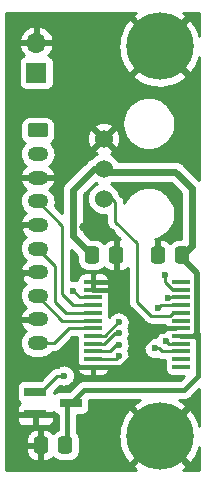
<source format=gtl>
G04 #@! TF.GenerationSoftware,KiCad,Pcbnew,(6.0.1)*
G04 #@! TF.CreationDate,2022-07-05T00:42:15-07:00*
G04 #@! TF.ProjectId,mu100-dit,6d753130-302d-4646-9974-2e6b69636164,rev?*
G04 #@! TF.SameCoordinates,PX4a25ef0PY4c3f880*
G04 #@! TF.FileFunction,Copper,L1,Top*
G04 #@! TF.FilePolarity,Positive*
%FSLAX46Y46*%
G04 Gerber Fmt 4.6, Leading zero omitted, Abs format (unit mm)*
G04 Created by KiCad (PCBNEW (6.0.1)) date 2022-07-05 00:42:15*
%MOMM*%
%LPD*%
G01*
G04 APERTURE LIST*
G04 Aperture macros list*
%AMRoundRect*
4,1,4,2,3,4,5,6,7,8,9,2,3,0*
1,1,$1,$2,$3*
1,1,$1,$2,$3*
1,1,$1,$2,$3*
1,1,$1,$2,$3*
20,1,$1,$2,$3,$4,$5,0*
20,1,$1,$2,$3,$4,$5,0*
20,1,$1,$2,$3,$4,$5,0*
20,1,$1,$2,$3,$4,$5,0*%
G04 Aperture macros list end*
G04 #@! TA.AperFunction,SMDPad,CuDef*
%AMCOMP96*
4,1,3,
-0.3375,-0.475,
0.3375,-0.475,
0.3375,0.475,
-0.3375,0.475,
0*
4,1,19,
-0.3375,-0.22499999999999998,
-0.26024575140626316,-0.2372358709262116,
-0.19055368692688174,-0.27274575140626311,
-0.13524575140626316,-0.32805368692688169,
-0.099735870926211639,-0.39774575140626311,
-0.087500000000000022,-0.475,
-0.099735870926211612,-0.55225424859373684,
-0.13524575140626316,-0.62194631307311821,
-0.19055368692688171,-0.67725424859373684,
-0.26024575140626316,-0.71276412907378839,
-0.33749999999999997,-0.725,
-0.41475424859373694,-0.71276412907378839,
-0.48444631307311825,-0.67725424859373684,
-0.53975424859373689,-0.62194631307311832,
-0.57526412907378843,-0.55225424859373684,
-0.5875,-0.47500000000000003,
-0.57526412907378843,-0.39774575140626317,
-0.53975424859373689,-0.32805368692688175,
-0.48444631307311836,-0.27274575140626311,
-0.41475424859373694,-0.2372358709262116,
0*
4,1,19,
0.3375,-0.22499999999999998,
0.41475424859373689,-0.2372358709262116,
0.48444631307311831,-0.27274575140626311,
0.53975424859373689,-0.32805368692688169,
0.57526412907378843,-0.39774575140626311,
0.5875,-0.475,
0.57526412907378843,-0.55225424859373684,
0.53975424859373689,-0.62194631307311821,
0.48444631307311836,-0.67725424859373684,
0.41475424859373689,-0.71276412907378839,
0.33750000000000008,-0.725,
0.2602457514062631,-0.71276412907378839,
0.19055368692688177,-0.67725424859373684,
0.13524575140626319,-0.62194631307311832,
0.099735870926211639,-0.55225424859373684,
0.087500000000000022,-0.47500000000000003,
0.099735870926211612,-0.39774575140626317,
0.13524575140626313,-0.32805368692688175,
0.19055368692688168,-0.27274575140626311,
0.2602457514062631,-0.2372358709262116,
0*
4,1,19,
0.3375,0.725,
0.41475424859373689,0.71276412907378839,
0.48444631307311831,0.67725424859373684,
0.53975424859373689,0.62194631307311821,
0.57526412907378843,0.55225424859373684,
0.5875,0.475,
0.57526412907378843,0.39774575140626311,
0.53975424859373689,0.32805368692688175,
0.48444631307311836,0.27274575140626311,
0.41475424859373689,0.2372358709262116,
0.33750000000000008,0.22499999999999998,
0.2602457514062631,0.2372358709262116,
0.19055368692688177,0.27274575140626311,
0.13524575140626319,0.32805368692688164,
0.099735870926211639,0.39774575140626311,
0.087500000000000022,0.47499999999999992,
0.099735870926211612,0.55225424859373673,
0.13524575140626313,0.62194631307311821,
0.19055368692688168,0.67725424859373684,
0.2602457514062631,0.71276412907378839,
0*
4,1,19,
-0.3375,0.725,
-0.26024575140626316,0.71276412907378839,
-0.19055368692688174,0.67725424859373684,
-0.13524575140626316,0.62194631307311821,
-0.099735870926211639,0.55225424859373684,
-0.087500000000000022,0.475,
-0.099735870926211612,0.39774575140626311,
-0.13524575140626316,0.32805368692688175,
-0.19055368692688171,0.27274575140626311,
-0.26024575140626316,0.2372358709262116,
-0.33749999999999997,0.22499999999999998,
-0.41475424859373694,0.2372358709262116,
-0.48444631307311825,0.27274575140626311,
-0.53975424859373689,0.32805368692688164,
-0.57526412907378843,0.39774575140626311,
-0.5875,0.47499999999999992,
-0.57526412907378843,0.55225424859373673,
-0.53975424859373689,0.62194631307311821,
-0.48444631307311836,0.67725424859373684,
-0.41475424859373694,0.71276412907378839,
0*
4,1,3,
-0.3375,-0.725,
-0.3375,-0.22499999999999998,
0.3375,-0.22499999999999998,
0.3375,-0.725,
0*
4,1,3,
0.5875,-0.475,
0.087500000000000022,-0.475,
0.087500000000000022,0.475,
0.5875,0.475,
0*
4,1,3,
0.3375,0.725,
0.3375,0.22499999999999998,
-0.3375,0.22499999999999998,
-0.3375,0.725,
0*
4,1,3,
-0.5875,0.475,
-0.087500000000000022,0.475,
-0.087500000000000022,-0.475,
-0.5875,-0.475,
0*%
%ADD10COMP96,0.25X-0.3375X-0.475X0.3375X-0.475X0.3375X0.475X-0.3375X0.475X0*%
G04 #@! TD*
G04 #@! TA.AperFunction,ComponentPad*
%AMCOMP97*
4,1,3,
-0.625,0.35,
-0.625,-0.35,
0.625,-0.35,
0.625,0.35,
0*
4,1,19,
-0.625,0.6,
-0.54774575140626314,0.58776412907378839,
-0.47805368692688172,0.55225424859373684,
-0.42274575140626314,0.49694631307311826,
-0.38723587092621159,0.42725424859373684,
-0.375,0.35,
-0.38723587092621159,0.27274575140626311,
-0.42274575140626314,0.20305368692688172,
-0.47805368692688166,0.14774575140626314,
-0.54774575140626314,0.1122358709262116,
-0.625,0.099999999999999978,
-0.702254248593737,0.1122358709262116,
-0.77194631307311823,0.14774575140626309,
-0.82725424859373686,0.20305368692688167,
-0.86276412907378841,0.27274575140626311,
-0.875,0.34999999999999992,
-0.86276412907378841,0.42725424859373679,
-0.82725424859373686,0.49694631307311821,
-0.77194631307311834,0.55225424859373684,
-0.70225424859373686,0.58776412907378839,
0*
4,1,19,
-0.625,-0.099999999999999978,
-0.54774575140626314,-0.1122358709262116,
-0.47805368692688172,-0.14774575140626311,
-0.42274575140626314,-0.20305368692688169,
-0.38723587092621159,-0.27274575140626311,
-0.375,-0.35,
-0.38723587092621159,-0.42725424859373684,
-0.42274575140626314,-0.49694631307311821,
-0.47805368692688166,-0.55225424859373684,
-0.54774575140626314,-0.58776412907378839,
-0.625,-0.6,
-0.702254248593737,-0.58776412907378839,
-0.77194631307311823,-0.55225424859373684,
-0.82725424859373686,-0.49694631307311832,
-0.86276412907378841,-0.42725424859373684,
-0.875,-0.35000000000000003,
-0.86276412907378841,-0.27274575140626317,
-0.82725424859373686,-0.20305368692688175,
-0.77194631307311834,-0.14774575140626314,
-0.70225424859373686,-0.1122358709262116,
0*
4,1,19,
0.625,-0.099999999999999978,
0.70225424859373686,-0.1122358709262116,
0.77194631307311834,-0.14774575140626311,
0.82725424859373686,-0.20305368692688169,
0.86276412907378841,-0.27274575140626311,
0.875,-0.35,
0.86276412907378841,-0.42725424859373684,
0.82725424859373686,-0.49694631307311821,
0.77194631307311834,-0.55225424859373684,
0.70225424859373686,-0.58776412907378839,
0.625,-0.6,
0.547745751406263,-0.58776412907378839,
0.47805368692688177,-0.55225424859373684,
0.42274575140626314,-0.49694631307311832,
0.38723587092621159,-0.42725424859373684,
0.375,-0.35000000000000003,
0.38723587092621159,-0.27274575140626317,
0.42274575140626314,-0.20305368692688175,
0.47805368692688166,-0.14774575140626314,
0.54774575140626314,-0.1122358709262116,
0*
4,1,19,
0.625,0.6,
0.70225424859373686,0.58776412907378839,
0.77194631307311834,0.55225424859373684,
0.82725424859373686,0.49694631307311826,
0.86276412907378841,0.42725424859373684,
0.875,0.35,
0.86276412907378841,0.27274575140626311,
0.82725424859373686,0.20305368692688172,
0.77194631307311834,0.14774575140626314,
0.70225424859373686,0.1122358709262116,
0.625,0.099999999999999978,
0.547745751406263,0.1122358709262116,
0.47805368692688177,0.14774575140626309,
0.42274575140626314,0.20305368692688167,
0.38723587092621159,0.27274575140626311,
0.375,0.34999999999999992,
0.38723587092621159,0.42725424859373679,
0.42274575140626314,0.49694631307311821,
0.47805368692688166,0.55225424859373684,
0.54774575140626314,0.58776412907378839,
0*
4,1,3,
-0.875,0.35,
-0.375,0.35,
-0.375,-0.35,
-0.875,-0.35,
0*
4,1,3,
-0.625,-0.6,
-0.625,-0.099999999999999978,
0.625,-0.099999999999999978,
0.625,-0.6,
0*
4,1,3,
0.875,-0.35,
0.375,-0.35,
0.375,0.35,
0.875,0.35,
0*
4,1,3,
0.625,0.6,
0.625,0.099999999999999978,
-0.625,0.099999999999999978,
-0.625,0.6,
0*%
%ADD11COMP97,0.25X-0.625X0.35X-0.625X-0.35X0.625X-0.35X0.625X0.35X0*%
G04 #@! TD*
G04 #@! TA.AperFunction,ComponentPad*
%ADD12O,1.75X1.2*%
G04 #@! TD*
G04 #@! TA.AperFunction,SMDPad,CuDef*
%AMCOMP98*
4,1,3,
-0.6375,-0.1,
0.6375,-0.1,
0.6375,0.1,
-0.6375,0.1,
0*
4,1,19,
-0.6375,0,
-0.60659830056250519,-0.00489434837048465,
-0.57872147477075264,-0.019098300562505249,
-0.55659830056250525,-0.041221474770752692,
-0.54239434837048461,-0.069098300562505266,
-0.5375,-0.1,
-0.54239434837048461,-0.13090169943749475,
-0.55659830056250525,-0.15877852522924732,
-0.57872147477075264,-0.18090169943749473,
-0.60659830056250519,-0.19510565162951538,
-0.6375,-0.2,
-0.66840169943749472,-0.19510565162951538,
-0.69627852522924727,-0.18090169943749476,
-0.71840169943749466,-0.15877852522924735,
-0.7326056516295153,-0.13090169943749477,
-0.73749999999999993,-0.10000000000000002,
-0.7326056516295153,-0.06909830056250528,
-0.71840169943749466,-0.041221474770752713,
-0.69627852522924727,-0.019098300562505263,
-0.66840169943749472,-0.00489434837048465,
0*
4,1,19,
0.6375,0,
0.66840169943749472,-0.00489434837048465,
0.69627852522924727,-0.019098300562505249,
0.71840169943749466,-0.041221474770752692,
0.7326056516295153,-0.069098300562505266,
0.73749999999999993,-0.1,
0.7326056516295153,-0.13090169943749475,
0.71840169943749466,-0.15877852522924732,
0.69627852522924727,-0.18090169943749473,
0.66840169943749472,-0.19510565162951538,
0.6375,-0.2,
0.60659830056250519,-0.19510565162951538,
0.57872147477075264,-0.18090169943749476,
0.55659830056250525,-0.15877852522924735,
0.54239434837048461,-0.13090169943749477,
0.5375,-0.10000000000000002,
0.54239434837048461,-0.06909830056250528,
0.55659830056250525,-0.041221474770752713,
0.57872147477075264,-0.019098300562505263,
0.60659830056250519,-0.00489434837048465,
0*
4,1,19,
0.6375,0.2,
0.66840169943749472,0.19510565162951538,
0.69627852522924727,0.18090169943749476,
0.71840169943749466,0.15877852522924732,
0.7326056516295153,0.13090169943749475,
0.73749999999999993,0.1,
0.7326056516295153,0.069098300562505266,
0.71840169943749466,0.0412214747707527,
0.69627852522924727,0.019098300562505263,
0.66840169943749472,0.00489434837048465,
0.6375,0,
0.60659830056250519,0.00489434837048465,
0.57872147477075264,0.019098300562505249,
0.55659830056250525,0.041221474770752678,
0.54239434837048461,0.069098300562505252,
0.5375,0.099999999999999992,
0.54239434837048461,0.13090169943749475,
0.55659830056250525,0.15877852522924729,
0.57872147477075264,0.18090169943749473,
0.60659830056250519,0.19510565162951538,
0*
4,1,19,
-0.6375,0.2,
-0.60659830056250519,0.19510565162951538,
-0.57872147477075264,0.18090169943749476,
-0.55659830056250525,0.15877852522924732,
-0.54239434837048461,0.13090169943749475,
-0.5375,0.1,
-0.54239434837048461,0.069098300562505266,
-0.55659830056250525,0.0412214747707527,
-0.57872147477075264,0.019098300562505263,
-0.60659830056250519,0.00489434837048465,
-0.6375,0,
-0.66840169943749472,0.00489434837048465,
-0.69627852522924727,0.019098300562505249,
-0.71840169943749466,0.041221474770752678,
-0.7326056516295153,0.069098300562505252,
-0.73749999999999993,0.099999999999999992,
-0.7326056516295153,0.13090169943749475,
-0.71840169943749466,0.15877852522924729,
-0.69627852522924727,0.18090169943749473,
-0.66840169943749472,0.19510565162951538,
0*
4,1,3,
-0.6375,-0.2,
-0.6375,0,
0.6375,0,
0.6375,-0.2,
0*
4,1,3,
0.73749999999999993,-0.1,
0.5375,-0.1,
0.5375,0.1,
0.73749999999999993,0.1,
0*
4,1,3,
0.6375,0.2,
0.6375,0,
-0.6375,0,
-0.6375,0.2,
0*
4,1,3,
-0.73749999999999993,0.1,
-0.5375,0.1,
-0.5375,-0.1,
-0.73749999999999993,-0.1,
0*%
%ADD13COMP98,0.1X-0.6375X-0.1X0.6375X-0.1X0.6375X0.1X-0.6375X0.1X0*%
G04 #@! TD*
G04 #@! TA.AperFunction,ConnectorPad*
%ADD14C,5.7*%
G04 #@! TD*
G04 #@! TA.AperFunction,ComponentPad*
%ADD15C,3.6*%
G04 #@! TD*
G04 #@! TA.AperFunction,ComponentPad*
%ADD16C,1.524*%
G04 #@! TD*
G04 #@! TA.AperFunction,SMDPad,CuDef*
%ADD17R,1.9X0.8*%
G04 #@! TD*
G04 #@! TA.AperFunction,SMDPad,CuDef*
%AMCOMP99*
4,1,3,
0.3375,0.475,
-0.3375,0.475,
-0.3375,-0.475,
0.3375,-0.475,
0*
4,1,19,
0.3375,0.725,
0.41475424859373689,0.71276412907378839,
0.48444631307311831,0.67725424859373684,
0.53975424859373689,0.62194631307311821,
0.57526412907378843,0.55225424859373684,
0.5875,0.475,
0.57526412907378843,0.39774575140626311,
0.53975424859373689,0.32805368692688175,
0.48444631307311836,0.27274575140626311,
0.41475424859373689,0.2372358709262116,
0.33750000000000008,0.22499999999999998,
0.2602457514062631,0.2372358709262116,
0.19055368692688177,0.27274575140626311,
0.13524575140626319,0.32805368692688164,
0.099735870926211639,0.39774575140626311,
0.087500000000000022,0.47499999999999992,
0.099735870926211612,0.55225424859373673,
0.13524575140626313,0.62194631307311821,
0.19055368692688168,0.67725424859373684,
0.2602457514062631,0.71276412907378839,
0*
4,1,19,
-0.3375,0.725,
-0.26024575140626316,0.71276412907378839,
-0.19055368692688174,0.67725424859373684,
-0.13524575140626316,0.62194631307311821,
-0.099735870926211639,0.55225424859373684,
-0.087500000000000022,0.475,
-0.099735870926211612,0.39774575140626311,
-0.13524575140626316,0.32805368692688175,
-0.19055368692688171,0.27274575140626311,
-0.26024575140626316,0.2372358709262116,
-0.33749999999999997,0.22499999999999998,
-0.41475424859373694,0.2372358709262116,
-0.48444631307311825,0.27274575140626311,
-0.53975424859373689,0.32805368692688164,
-0.57526412907378843,0.39774575140626311,
-0.5875,0.47499999999999992,
-0.57526412907378843,0.55225424859373673,
-0.53975424859373689,0.62194631307311821,
-0.48444631307311836,0.67725424859373684,
-0.41475424859373694,0.71276412907378839,
0*
4,1,19,
-0.3375,-0.22499999999999998,
-0.26024575140626316,-0.2372358709262116,
-0.19055368692688174,-0.27274575140626311,
-0.13524575140626316,-0.32805368692688169,
-0.099735870926211639,-0.39774575140626311,
-0.087500000000000022,-0.475,
-0.099735870926211612,-0.55225424859373684,
-0.13524575140626316,-0.62194631307311821,
-0.19055368692688171,-0.67725424859373684,
-0.26024575140626316,-0.71276412907378839,
-0.33749999999999997,-0.725,
-0.41475424859373694,-0.71276412907378839,
-0.48444631307311825,-0.67725424859373684,
-0.53975424859373689,-0.62194631307311832,
-0.57526412907378843,-0.55225424859373684,
-0.5875,-0.47500000000000003,
-0.57526412907378843,-0.39774575140626317,
-0.53975424859373689,-0.32805368692688175,
-0.48444631307311836,-0.27274575140626311,
-0.41475424859373694,-0.2372358709262116,
0*
4,1,19,
0.3375,-0.22499999999999998,
0.41475424859373689,-0.2372358709262116,
0.48444631307311831,-0.27274575140626311,
0.53975424859373689,-0.32805368692688169,
0.57526412907378843,-0.39774575140626311,
0.5875,-0.475,
0.57526412907378843,-0.55225424859373684,
0.53975424859373689,-0.62194631307311821,
0.48444631307311836,-0.67725424859373684,
0.41475424859373689,-0.71276412907378839,
0.33750000000000008,-0.725,
0.2602457514062631,-0.71276412907378839,
0.19055368692688177,-0.67725424859373684,
0.13524575140626319,-0.62194631307311832,
0.099735870926211639,-0.55225424859373684,
0.087500000000000022,-0.47500000000000003,
0.099735870926211612,-0.39774575140626317,
0.13524575140626313,-0.32805368692688175,
0.19055368692688168,-0.27274575140626311,
0.2602457514062631,-0.2372358709262116,
0*
4,1,3,
0.3375,0.725,
0.3375,0.22499999999999998,
-0.3375,0.22499999999999998,
-0.3375,0.725,
0*
4,1,3,
-0.5875,0.475,
-0.087500000000000022,0.475,
-0.087500000000000022,-0.475,
-0.5875,-0.475,
0*
4,1,3,
-0.3375,-0.725,
-0.3375,-0.22499999999999998,
0.3375,-0.22499999999999998,
0.3375,-0.725,
0*
4,1,3,
0.5875,-0.475,
0.087500000000000022,-0.475,
0.087500000000000022,0.475,
0.5875,0.475,
0*%
%ADD18COMP99,0.25X0.3375X0.475X-0.3375X0.475X-0.3375X-0.475X0.3375X-0.475X0*%
G04 #@! TD*
G04 #@! TA.AperFunction,ComponentPad*
%ADD19R,1.7X1.7*%
G04 #@! TD*
G04 #@! TA.AperFunction,ComponentPad*
%ADD20O,1.7X1.7*%
G04 #@! TD*
G04 #@! TA.AperFunction,ViaPad*
%ADD21C,0.8*%
G04 #@! TD*
G04 #@! TA.AperFunction,ViaPad*
%ADD22C,0.6*%
G04 #@! TD*
G04 #@! TA.AperFunction,Conductor*
%ADD23C,0.25*%
G04 #@! TD*
G04 #@! TA.AperFunction,Conductor*
%ADD24C,0.4*%
G04 #@! TD*
G04 #@! TA.AperFunction,Conductor*
%ADD25C,0.6*%
G04 #@! TD*
G04 #@! TA.AperFunction,Conductor*
%ADD26C,0.5*%
G04 #@! TD*
G04 #@! TA.AperFunction,Conductor*
%ADD27C,0.254*%
G04 #@! TD*
G04 APERTURE END LIST*
D10*
X0039000000Y0040000000D02*
X0042542500Y0002725000D03*
X0044617500Y0002725000D03*
D11*
X0042280000Y0029380000D03*
D12*
X0042280000Y0027380000D03*
X0042280000Y0025380000D03*
X0042280000Y0023380000D03*
X0042280000Y0021380000D03*
X0042280000Y0019380000D03*
X0042280000Y0017380000D03*
X0042280000Y0015379999D03*
X0042280000Y0013379999D03*
X0042280000Y0011379999D03*
D13*
X0046989500Y0016538573D03*
X0046989500Y0015888573D03*
X0046989500Y0015238572D03*
X0046989500Y0014588573D03*
X0046989500Y0013938573D03*
X0046989500Y0013288573D03*
X0046989500Y0012638573D03*
X0046989500Y0011988572D03*
X0046989500Y0011338573D03*
X0046989500Y0010688573D03*
X0046989500Y0010038573D03*
X0046989500Y0009388573D03*
X0054414500Y0009388573D03*
X0054414500Y0010038573D03*
X0054414500Y0010688573D03*
X0054414500Y0011338573D03*
X0054414500Y0011988572D03*
X0054414500Y0012638573D03*
X0054414500Y0013288573D03*
X0054414500Y0013938573D03*
X0054414500Y0014588573D03*
X0054414500Y0015238572D03*
X0054414500Y0015888573D03*
X0054414500Y0016538573D03*
D14*
X0052600000Y0036500000D03*
D15*
X0052600000Y0036500000D03*
D16*
X0047870000Y0028689999D03*
X0047870000Y0026150000D03*
X0047870000Y0023610000D03*
D10*
X0052458500Y0018812000D03*
X0054533500Y0018812000D03*
D17*
X0042080000Y0007250000D03*
X0042080000Y0005350000D03*
X0045080000Y0006299999D03*
D18*
X0048945499Y0018812000D03*
X0046870500Y0018812000D03*
D14*
X0052600000Y0003500000D03*
D15*
X0052600000Y0003500000D03*
D19*
X0042160000Y0034277000D03*
D20*
X0042160000Y0036817000D03*
D21*
X0048450000Y0020670000D03*
X0044100000Y0025070000D03*
X0045310000Y0027410000D03*
X0048910000Y0032030000D03*
X0050320000Y0024600000D03*
X0046220000Y0021200000D03*
X0050380000Y0027250000D03*
X0047250000Y0030320000D03*
D22*
X0044510000Y0008629999D03*
X0045266400Y0015814800D03*
X0049139978Y0013122399D03*
X0049127200Y0012207999D03*
X0049135439Y0011200239D03*
X0049127200Y0010277600D03*
X0052480000Y0014367000D03*
X0053287242Y0015213073D03*
X0053089600Y0017110200D03*
X0052175200Y0010948500D03*
X0053165800Y0011573000D03*
D23*
X0045277427Y0014588573D02*
X0046989500Y0014588573D01*
X0044352000Y0015514000D02*
X0045277427Y0014588573D01*
X0044352000Y0021308000D02*
X0044352000Y0015514000D01*
X0042280000Y0023380000D02*
X0044352000Y0021308000D01*
D24*
X0044905000Y0010050000D02*
X0041405000Y0010050000D01*
X0048241427Y0015888573D02*
X0048380000Y0015750000D01*
X0049368573Y0009388573D02*
X0046989500Y0009388573D01*
X0046989500Y0016538573D02*
X0048380000Y0016538573D01*
X0039838000Y0015706000D02*
X0040542000Y0015001999D01*
X0051080000Y0011649999D02*
X0051080000Y0011100000D01*
X0042280000Y0021380000D02*
X0041078000Y0021380000D01*
X0039730000Y0020032000D02*
X0039730000Y0015930000D01*
X0053128573Y0012648572D02*
X0053925500Y0012648572D01*
X0040542000Y0010913000D02*
X0040542000Y0013478000D01*
X0049406573Y0009388573D02*
X0052418000Y0012399999D01*
X0042280000Y0025380000D02*
X0040506000Y0025380000D01*
X0040640000Y0013379999D02*
X0040542000Y0013478000D01*
X0040506000Y0025380000D02*
X0039730000Y0024604000D01*
X0046989500Y0009388573D02*
X0045566427Y0009388573D01*
X0046989500Y0015888573D02*
X0048241427Y0015888573D01*
X0052880000Y0012399999D02*
X0053128573Y0012648572D01*
X0052418000Y0012399999D02*
X0052880000Y0012399999D01*
X0039730000Y0015930000D02*
X0039838000Y0015822000D01*
X0048380000Y0015540000D02*
X0050160000Y0013760000D01*
X0041078000Y0021380000D02*
X0039730000Y0020032000D01*
X0050160000Y0013760000D02*
X0050160000Y0012520000D01*
X0039838000Y0015822000D02*
X0039838000Y0015706000D01*
X0045566427Y0009388573D02*
X0044905000Y0010050000D01*
X0048380000Y0015750000D02*
X0048380000Y0015540000D01*
X0040542000Y0015001999D02*
X0040542000Y0013478000D01*
X0051080000Y0011100000D02*
X0049368573Y0009388573D01*
X0041405000Y0010050000D02*
X0040542000Y0010913000D01*
X0041180000Y0017380000D02*
X0039730000Y0015930000D01*
X0039730000Y0024604000D02*
X0039730000Y0020032000D01*
X0048380000Y0016538573D02*
X0048380000Y0015750000D01*
X0042280000Y0017380000D02*
X0041180000Y0017380000D01*
X0050160000Y0012520000D02*
X0050980000Y0011700000D01*
X0042280000Y0013379999D02*
X0040640000Y0013379999D01*
D25*
X0055340000Y0024490000D02*
X0053940000Y0025890000D01*
X0047080000Y0026150000D02*
X0045280000Y0024350000D01*
X0055340000Y0019640000D02*
X0055340000Y0024490000D01*
D24*
X0044805000Y0006024999D02*
X0044805000Y0003037500D01*
X0055318573Y0011988572D02*
X0055568573Y0011988572D01*
X0055830000Y0008550000D02*
X0054680000Y0007399999D01*
D25*
X0047621000Y0026150000D02*
X0047080000Y0026150000D01*
D26*
X0055610000Y0011989999D02*
X0055810000Y0012190000D01*
D24*
X0044805000Y0003037500D02*
X0044617500Y0002850000D01*
X0055830000Y0011727146D02*
X0055830000Y0008550000D01*
X0055568573Y0011988572D02*
X0055830000Y0011727146D01*
D26*
X0055780000Y0012219999D02*
X0055780000Y0017311500D01*
D25*
X0045280000Y0024350000D02*
X0045280000Y0020402500D01*
D26*
X0055780000Y0017311500D02*
X0054279500Y0018812000D01*
D25*
X0054766000Y0019066000D02*
X0055340000Y0019640000D01*
D24*
X0055830000Y0011727146D02*
X0055830000Y0012170000D01*
X0055830000Y0012170000D02*
X0055810000Y0012190000D01*
X0045080000Y0006299999D02*
X0044805000Y0006024999D01*
X0055568573Y0011988572D02*
X0054414500Y0011988572D01*
D26*
X0055810000Y0012190000D02*
X0055780000Y0012219999D01*
D25*
X0053940000Y0025890000D02*
X0048130000Y0025890000D01*
D24*
X0046180000Y0007399999D02*
X0045080000Y0006299999D01*
D25*
X0045280000Y0020402500D02*
X0046870500Y0018812000D01*
D24*
X0054680000Y0007399999D02*
X0046180000Y0007399999D01*
D25*
X0048130000Y0025890000D02*
X0047870000Y0026150000D01*
D23*
X0044910357Y0012638573D02*
X0043651784Y0011379999D01*
X0046989500Y0012638573D02*
X0044910357Y0012638573D01*
X0043651784Y0011379999D02*
X0042280000Y0011379999D01*
X0043740000Y0017920000D02*
X0043740000Y0014852000D01*
X0042280000Y0019380000D02*
X0043740000Y0017920000D01*
X0044653427Y0013938573D02*
X0046989500Y0013938573D01*
X0043740000Y0014852000D02*
X0044653427Y0013938573D01*
X0045842627Y0015238572D02*
X0046989500Y0015238572D01*
X0043960000Y0008629999D02*
X0042580000Y0007250000D01*
X0044510000Y0008629999D02*
X0043960000Y0008629999D01*
X0045266400Y0015814800D02*
X0045842627Y0015238572D01*
X0042580000Y0007250000D02*
X0042080000Y0007250000D01*
X0047949662Y0011988572D02*
X0046989500Y0011988572D01*
X0049083489Y0013122399D02*
X0047949662Y0011988572D01*
X0049139978Y0013122399D02*
X0049083489Y0013122399D01*
X0049127200Y0012207999D02*
X0048804807Y0012207999D01*
X0048804807Y0012207999D02*
X0047935380Y0011338573D01*
X0047935380Y0011338573D02*
X0046989500Y0011338573D01*
X0049135439Y0011200239D02*
X0048930239Y0011200239D01*
X0048418573Y0010688573D02*
X0046989500Y0010688573D01*
X0048930239Y0011200239D02*
X0048418573Y0010688573D01*
X0049127200Y0010277600D02*
X0048888173Y0010038573D01*
X0048888173Y0010038573D02*
X0046989500Y0010038573D01*
X0051880000Y0013700000D02*
X0053488066Y0013700000D01*
X0050690000Y0019810000D02*
X0050690000Y0014890000D01*
X0053726639Y0013938573D02*
X0054414500Y0013938573D01*
X0050690000Y0014890000D02*
X0051880000Y0013700000D01*
X0048860000Y0021640000D02*
X0050690000Y0019810000D01*
X0053488066Y0013700000D02*
X0053726639Y0013938573D01*
X0048860000Y0023290000D02*
X0048860000Y0021640000D01*
X0047870000Y0023610000D02*
X0048540000Y0023610000D01*
X0048540000Y0023610000D02*
X0048860000Y0023290000D01*
X0052701572Y0014588573D02*
X0054414500Y0014588573D01*
X0052480000Y0014367000D02*
X0052701572Y0014588573D01*
X0053287242Y0015213073D02*
X0053312742Y0015238572D01*
X0053312742Y0015238572D02*
X0054414500Y0015238572D01*
X0053089600Y0017110200D02*
X0053089600Y0016540400D01*
X0053352480Y0016262732D02*
X0053726639Y0015888573D01*
X0053089600Y0016540400D02*
X0053352480Y0016277520D01*
X0053726639Y0015888573D02*
X0054414500Y0015888573D01*
X0053352480Y0016277520D02*
X0053352480Y0016262732D01*
X0052581500Y0010948500D02*
X0052841426Y0010688573D01*
X0052175200Y0010948500D02*
X0052581500Y0010948500D01*
X0052841426Y0010688573D02*
X0054414500Y0010688573D01*
X0042280000Y0015379999D02*
X0044371427Y0013288573D01*
X0044371427Y0013288573D02*
X0046989500Y0013288573D01*
X0053400227Y0011338573D02*
X0054414500Y0011338573D01*
X0053165800Y0011573000D02*
X0053400227Y0011338573D01*
D27*
X0050353366Y0039169089D02*
X0050342956Y0039160293D01*
X0050323004Y0039141491D01*
X0050287146Y0039080215D01*
X0050290108Y0039009281D01*
X0050320323Y0038960697D01*
X0052510905Y0036770115D01*
X0052573217Y0036736089D01*
X0052644031Y0036741154D01*
X0052689095Y0036770115D01*
X0054880072Y0038961093D01*
X0054914099Y0039023405D01*
X0054909034Y0039094220D01*
X0054877713Y0039141583D01*
X0054866318Y0039152397D01*
X0054855937Y0039161232D01*
X0054587140Y0039366000D01*
X0055966000Y0039366000D01*
X0055966000Y0037399684D01*
X0055908698Y0037606310D01*
X0055904352Y0037619226D01*
X0055769864Y0037957177D01*
X0055764148Y0037969548D01*
X0055593948Y0038290997D01*
X0055586931Y0038302678D01*
X0055383012Y0038603866D01*
X0055374772Y0038614721D01*
X0055243419Y0038769608D01*
X0055184105Y0038808625D01*
X0055113112Y0038809380D01*
X0055058228Y0038777208D01*
X0052870115Y0036589095D01*
X0052836089Y0036526783D01*
X0052841154Y0036455968D01*
X0052870115Y0036410905D01*
X0055058180Y0034222840D01*
X0055120492Y0034188814D01*
X0055191306Y0034193879D01*
X0055242800Y0034229770D01*
X0055359941Y0034365958D01*
X0055368256Y0034376756D01*
X0055574273Y0034676513D01*
X0055581373Y0034688145D01*
X0055753812Y0035008398D01*
X0055759615Y0035020729D01*
X0055896457Y0035357732D01*
X0055900894Y0035370617D01*
X0055966000Y0035599174D01*
X0055966000Y0025185899D01*
X0055939221Y0025212866D01*
X0055936644Y0025214938D01*
X0054607329Y0026544252D01*
X0054544252Y0026608665D01*
X0054522484Y0026626418D01*
X0054486050Y0026649898D01*
X0054452165Y0026676948D01*
X0054428395Y0026691917D01*
X0054398201Y0026706513D01*
X0054370018Y0026724676D01*
X0054344858Y0026737166D01*
X0054304122Y0026751993D01*
X0054265089Y0026770862D01*
X0054238595Y0026780192D01*
X0054205917Y0026787736D01*
X0054174410Y0026799204D01*
X0054147106Y0026805810D01*
X0054104091Y0026811244D01*
X0054061859Y0026820994D01*
X0054033955Y0026824223D01*
X0053993385Y0026824365D01*
X0053991231Y0026824500D01*
X0053954581Y0026824500D01*
X0053852570Y0026824856D01*
X0053849293Y0026824500D01*
X0049096343Y0026824500D01*
X0049088683Y0026840926D01*
X0049077701Y0026859947D01*
X0048950190Y0027042052D01*
X0048936071Y0027058875D01*
X0048778876Y0027216072D01*
X0048762052Y0027230190D01*
X0048579948Y0027357701D01*
X0048560927Y0027368683D01*
X0048450285Y0027420276D01*
X0048560676Y0027471752D01*
X0048579696Y0027482734D01*
X0048642875Y0027526972D01*
X0048687204Y0027582428D01*
X0048694513Y0027653048D01*
X0048659700Y0027719279D01*
X0047959095Y0028419885D01*
X0047896783Y0028453910D01*
X0047825968Y0028448846D01*
X0047780905Y0028419885D01*
X0047080300Y0027719279D01*
X0047046274Y0027656968D01*
X0047051339Y0027586153D01*
X0047097125Y0027526972D01*
X0047160304Y0027482734D01*
X0047179324Y0027471752D01*
X0047289715Y0027420276D01*
X0047179074Y0027368683D01*
X0047160053Y0027357701D01*
X0046977948Y0027230190D01*
X0046961124Y0027216072D01*
X0046803928Y0027058875D01*
X0046790812Y0027043247D01*
X0046767239Y0027035314D01*
X0046727944Y0027016991D01*
X0046687011Y0027002736D01*
X0046661679Y0026990600D01*
X0046633237Y0026972828D01*
X0046602848Y0026958657D01*
X0046578872Y0026944022D01*
X0046544618Y0026917452D01*
X0046507855Y0026894480D01*
X0046485839Y0026877031D01*
X0046457030Y0026848422D01*
X0046455435Y0026847016D01*
X0046429898Y0026821479D01*
X0046357134Y0026749221D01*
X0046355058Y0026746639D01*
X0044625748Y0025017330D01*
X0044561335Y0024954252D01*
X0044543582Y0024932484D01*
X0044520102Y0024896050D01*
X0044493052Y0024862164D01*
X0044478083Y0024838395D01*
X0044463487Y0024808201D01*
X0044445324Y0024780018D01*
X0044432834Y0024754858D01*
X0044418007Y0024714122D01*
X0044399138Y0024675089D01*
X0044389808Y0024648595D01*
X0044382264Y0024615917D01*
X0044370796Y0024584410D01*
X0044364190Y0024557105D01*
X0044358756Y0024514091D01*
X0044349006Y0024471860D01*
X0044345777Y0024443955D01*
X0044345635Y0024403385D01*
X0044345500Y0024401231D01*
X0044345500Y0024364581D01*
X0044345144Y0024262570D01*
X0044345500Y0024259293D01*
X0044345500Y0022388594D01*
X0043730956Y0023003138D01*
X0043755888Y0023074938D01*
X0043761556Y0023098191D01*
X0043791909Y0023307524D01*
X0043793078Y0023331430D01*
X0043783298Y0023542725D01*
X0043779926Y0023566420D01*
X0043730368Y0023772055D01*
X0043722576Y0023794685D01*
X0043635027Y0023987238D01*
X0043623096Y0024007987D01*
X0043500716Y0024180511D01*
X0043485077Y0024198629D01*
X0043332281Y0024344898D01*
X0043313498Y0024359733D01*
X0043280742Y0024380884D01*
X0043400407Y0024474882D01*
X0043417739Y0024491387D01*
X0043556308Y0024651073D01*
X0043570207Y0024670559D01*
X0043676080Y0024853568D01*
X0043686044Y0024875330D01*
X0043755401Y0025075057D01*
X0043761070Y0025098315D01*
X0043762463Y0025107925D01*
X0043752440Y0025178210D01*
X0043706009Y0025231918D01*
X0043637766Y0025252000D01*
X0040926483Y0025252000D01*
X0040858362Y0025231998D01*
X0040811869Y0025178342D01*
X0040801765Y0025108068D01*
X0040803990Y0025096479D01*
X0040830107Y0024988109D01*
X0040837899Y0024965479D01*
X0040925408Y0024773012D01*
X0040937339Y0024752263D01*
X0041059664Y0024579817D01*
X0041075303Y0024561699D01*
X0041228030Y0024415495D01*
X0041246813Y0024400661D01*
X0041279230Y0024379730D01*
X0041159247Y0024285482D01*
X0041141915Y0024268976D01*
X0041003283Y0024109217D01*
X0040989384Y0024089731D01*
X0040883463Y0023906641D01*
X0040873499Y0023884879D01*
X0040804111Y0023685062D01*
X0040798443Y0023661809D01*
X0040768091Y0023452476D01*
X0040766922Y0023428570D01*
X0040776702Y0023217275D01*
X0040780074Y0023193580D01*
X0040829632Y0022987945D01*
X0040837424Y0022965315D01*
X0040924973Y0022772762D01*
X0040936904Y0022752013D01*
X0041059284Y0022579489D01*
X0041074923Y0022561371D01*
X0041227719Y0022415101D01*
X0041246502Y0022400267D01*
X0041279258Y0022379116D01*
X0041159593Y0022285118D01*
X0041142261Y0022268613D01*
X0041003692Y0022108927D01*
X0040989793Y0022089441D01*
X0040883920Y0021906432D01*
X0040873956Y0021884670D01*
X0040804599Y0021684943D01*
X0040798930Y0021661685D01*
X0040797537Y0021652075D01*
X0040807560Y0021581790D01*
X0040853991Y0021528081D01*
X0040922234Y0021508000D01*
X0042408000Y0021508000D01*
X0042408000Y0021252000D01*
X0040926483Y0021252000D01*
X0040858362Y0021231998D01*
X0040811869Y0021178342D01*
X0040801765Y0021108068D01*
X0040803990Y0021096479D01*
X0040830107Y0020988109D01*
X0040837899Y0020965479D01*
X0040925408Y0020773012D01*
X0040937339Y0020752263D01*
X0041059664Y0020579817D01*
X0041075303Y0020561699D01*
X0041228030Y0020415495D01*
X0041246813Y0020400661D01*
X0041279230Y0020379730D01*
X0041159247Y0020285482D01*
X0041141915Y0020268976D01*
X0041003283Y0020109217D01*
X0040989384Y0020089732D01*
X0040883463Y0019906641D01*
X0040873499Y0019884879D01*
X0040804111Y0019685062D01*
X0040798443Y0019661809D01*
X0040768091Y0019452476D01*
X0040766922Y0019428570D01*
X0040776702Y0019217275D01*
X0040780074Y0019193580D01*
X0040829632Y0018987945D01*
X0040837424Y0018965315D01*
X0040924973Y0018772762D01*
X0040936904Y0018752013D01*
X0041059284Y0018579489D01*
X0041074923Y0018561371D01*
X0041227719Y0018415101D01*
X0041246502Y0018400267D01*
X0041279258Y0018379116D01*
X0041159593Y0018285118D01*
X0041142261Y0018268613D01*
X0041003692Y0018108927D01*
X0040989793Y0018089441D01*
X0040883920Y0017906432D01*
X0040873956Y0017884670D01*
X0040804599Y0017684943D01*
X0040798930Y0017661685D01*
X0040797537Y0017652075D01*
X0040807560Y0017581790D01*
X0040853991Y0017528081D01*
X0040922234Y0017508000D01*
X0042408000Y0017508000D01*
X0042408000Y0017252000D01*
X0040926483Y0017252000D01*
X0040858362Y0017231998D01*
X0040811869Y0017178342D01*
X0040801765Y0017108068D01*
X0040803990Y0017096479D01*
X0040830107Y0016988109D01*
X0040837899Y0016965479D01*
X0040925408Y0016773012D01*
X0040937339Y0016752263D01*
X0041059664Y0016579816D01*
X0041075303Y0016561699D01*
X0041228030Y0016415495D01*
X0041246813Y0016400661D01*
X0041279230Y0016379729D01*
X0041159247Y0016285481D01*
X0041141915Y0016268975D01*
X0041003283Y0016109217D01*
X0040989384Y0016089732D01*
X0040883463Y0015906641D01*
X0040873499Y0015884879D01*
X0040804111Y0015685061D01*
X0040798443Y0015661809D01*
X0040768091Y0015452476D01*
X0040766922Y0015428570D01*
X0040776702Y0015217275D01*
X0040780074Y0015193580D01*
X0040829632Y0014987945D01*
X0040837424Y0014965315D01*
X0040924973Y0014772762D01*
X0040936904Y0014752013D01*
X0041059284Y0014579488D01*
X0041074923Y0014561371D01*
X0041227719Y0014415101D01*
X0041246502Y0014400267D01*
X0041279258Y0014379116D01*
X0041159593Y0014285118D01*
X0041142261Y0014268612D01*
X0041003692Y0014108927D01*
X0040989793Y0014089441D01*
X0040883920Y0013906431D01*
X0040873956Y0013884670D01*
X0040804599Y0013684943D01*
X0040798930Y0013661684D01*
X0040797537Y0013652075D01*
X0040807560Y0013581790D01*
X0040853991Y0013528081D01*
X0040922234Y0013508000D01*
X0042408000Y0013508000D01*
X0042408000Y0013251999D01*
X0040926483Y0013251999D01*
X0040858362Y0013231998D01*
X0040811869Y0013178342D01*
X0040801765Y0013108068D01*
X0040803990Y0013096478D01*
X0040830107Y0012988109D01*
X0040837899Y0012965478D01*
X0040925408Y0012773012D01*
X0040937339Y0012752263D01*
X0041059664Y0012579816D01*
X0041075303Y0012561699D01*
X0041228030Y0012415495D01*
X0041246813Y0012400661D01*
X0041279230Y0012379729D01*
X0041159247Y0012285481D01*
X0041141915Y0012268975D01*
X0041003283Y0012109217D01*
X0040989384Y0012089732D01*
X0040883463Y0011906641D01*
X0040873499Y0011884879D01*
X0040804111Y0011685061D01*
X0040798443Y0011661809D01*
X0040768091Y0011452476D01*
X0040766922Y0011428570D01*
X0040776702Y0011217275D01*
X0040780074Y0011193580D01*
X0040829632Y0010987945D01*
X0040837424Y0010965315D01*
X0040924973Y0010772762D01*
X0040936904Y0010752013D01*
X0041059284Y0010579488D01*
X0041074923Y0010561371D01*
X0041227719Y0010415101D01*
X0041246502Y0010400267D01*
X0041424200Y0010285528D01*
X0041445450Y0010274514D01*
X0041641639Y0010195447D01*
X0041664587Y0010188650D01*
X0041872187Y0010148108D01*
X0041890183Y0010145921D01*
X0041895745Y0010145650D01*
X0041901899Y0010145499D01*
X0042607846Y0010145499D01*
X0042619813Y0010146070D01*
X0042777533Y0010161117D01*
X0042801035Y0010165643D01*
X0043004003Y0010225186D01*
X0043026226Y0010234076D01*
X0043214272Y0010330926D01*
X0043234413Y0010343855D01*
X0043400753Y0010474518D01*
X0043418085Y0010491024D01*
X0043530439Y0010620500D01*
X0043573017Y0010620500D01*
X0043595652Y0010618360D01*
X0043663729Y0010620500D01*
X0043691640Y0010620500D01*
X0043707430Y0010621493D01*
X0043711441Y0010622000D01*
X0043755632Y0010623389D01*
X0043786825Y0010628329D01*
X0043806276Y0010633980D01*
X0043826374Y0010636520D01*
X0043856965Y0010644374D01*
X0043898079Y0010660651D01*
X0043940529Y0010672985D01*
X0043969516Y0010685528D01*
X0043986953Y0010695841D01*
X0044005783Y0010703296D01*
X0044033461Y0010718511D01*
X0044069231Y0010744499D01*
X0044107286Y0010767005D01*
X0044132241Y0010786363D01*
X0044146562Y0010800684D01*
X0044162952Y0010812591D01*
X0044185976Y0010834212D01*
X0044214167Y0010868289D01*
X0045224952Y0011879073D01*
X0045617501Y0011879073D01*
X0045617501Y0011848688D01*
X0045618579Y0011832244D01*
X0045634240Y0011713277D01*
X0045642753Y0011681505D01*
X0045650181Y0011663573D01*
X0045642753Y0011645641D01*
X0045634240Y0011613869D01*
X0045618578Y0011494903D01*
X0045617500Y0011478458D01*
X0045617501Y0011198689D01*
X0045618579Y0011182244D01*
X0045634240Y0011063278D01*
X0045642753Y0011031505D01*
X0045650181Y0011013573D01*
X0045642753Y0010995641D01*
X0045634240Y0010963868D01*
X0045618578Y0010844904D01*
X0045617500Y0010828458D01*
X0045617501Y0010548689D01*
X0045618579Y0010532243D01*
X0045634240Y0010413277D01*
X0045642753Y0010381505D01*
X0045650181Y0010363572D01*
X0045642753Y0010345641D01*
X0045634240Y0010313869D01*
X0045618578Y0010194904D01*
X0045617500Y0010178458D01*
X0045617501Y0009898689D01*
X0045618579Y0009882244D01*
X0045634240Y0009763278D01*
X0045642753Y0009731504D01*
X0045650452Y0009712919D01*
X0045643241Y0009695511D01*
X0045634728Y0009663740D01*
X0045626997Y0009605020D01*
X0045637936Y0009534870D01*
X0045685064Y0009481772D01*
X0045751919Y0009462572D01*
X0045791431Y0009462572D01*
X0045818051Y0009427882D01*
X0045841309Y0009404623D01*
X0045958665Y0009314573D01*
X0045751920Y0009314573D01*
X0045683799Y0009294571D01*
X0045637306Y0009240915D01*
X0045626998Y0009172128D01*
X0045634728Y0009113408D01*
X0045643241Y0009081634D01*
X0045704504Y0008933732D01*
X0045720951Y0008905246D01*
X0045818408Y0008778239D01*
X0045841666Y0008754981D01*
X0045968673Y0008657523D01*
X0045997159Y0008641077D01*
X0046145062Y0008579813D01*
X0046176834Y0008571300D01*
X0046295707Y0008555651D01*
X0046312153Y0008554573D01*
X0046789500Y0008554573D01*
X0046857621Y0008574575D01*
X0046904114Y0008628231D01*
X0046915500Y0008680572D01*
X0046915500Y0009188573D01*
X0046910949Y0009204073D01*
X0047063500Y0009204073D01*
X0047063500Y0008680574D01*
X0047083501Y0008612452D01*
X0047137158Y0008565960D01*
X0047189500Y0008554573D01*
X0047666846Y0008554573D01*
X0047683291Y0008555651D01*
X0047802165Y0008571300D01*
X0047833938Y0008579813D01*
X0047981841Y0008641077D01*
X0048010327Y0008657523D01*
X0048137333Y0008754981D01*
X0048160592Y0008778239D01*
X0048258049Y0008905246D01*
X0048274496Y0008933732D01*
X0048335758Y0009081634D01*
X0048344272Y0009113406D01*
X0048359922Y0009232280D01*
X0048361000Y0009248726D01*
X0048361000Y0009279073D01*
X0048809405Y0009279073D01*
X0048832041Y0009276933D01*
X0048900118Y0009279073D01*
X0048928029Y0009279073D01*
X0048943819Y0009280066D01*
X0048947829Y0009280573D01*
X0048992021Y0009281962D01*
X0049023213Y0009286902D01*
X0049042665Y0009292554D01*
X0049062763Y0009295093D01*
X0049093354Y0009302947D01*
X0049134468Y0009319225D01*
X0049176918Y0009331558D01*
X0049205906Y0009344102D01*
X0049210409Y0009346765D01*
X0049302220Y0009355121D01*
X0049329736Y0009360769D01*
X0049502244Y0009416820D01*
X0049527825Y0009428424D01*
X0049683628Y0009521301D01*
X0049706004Y0009538284D01*
X0049837358Y0009663371D01*
X0049855413Y0009684891D01*
X0049955791Y0009835971D01*
X0049968631Y0009860954D01*
X0050033043Y0010030518D01*
X0050040029Y0010057725D01*
X0050065273Y0010237347D01*
X0050066487Y0010253125D01*
X0050066804Y0010275842D01*
X0050066031Y0010291644D01*
X0050045812Y0010471900D01*
X0050039588Y0010499292D01*
X0049979936Y0010670589D01*
X0049967799Y0010695922D01*
X0049945786Y0010731150D01*
X0049964030Y0010758610D01*
X0049976870Y0010783593D01*
X0050041282Y0010953157D01*
X0050048268Y0010980364D01*
X0050073512Y0011159986D01*
X0050074726Y0011175764D01*
X0050075043Y0011198481D01*
X0050074270Y0011214284D01*
X0050054051Y0011394539D01*
X0050047827Y0011421931D01*
X0049988175Y0011593228D01*
X0049976038Y0011618559D01*
X0049918628Y0011710436D01*
X0049955791Y0011766371D01*
X0049968631Y0011791353D01*
X0050033043Y0011960918D01*
X0050040029Y0011988126D01*
X0050065273Y0012167746D01*
X0050066487Y0012183525D01*
X0050066804Y0012206242D01*
X0050066031Y0012222045D01*
X0050045812Y0012402300D01*
X0050039588Y0012429692D01*
X0049979936Y0012600988D01*
X0049967799Y0012626321D01*
X0049950639Y0012653784D01*
X0049968569Y0012680771D01*
X0049981409Y0012705753D01*
X0050045821Y0012875318D01*
X0050052807Y0012902526D01*
X0050078051Y0013082147D01*
X0050079265Y0013097925D01*
X0050079582Y0013120642D01*
X0050078809Y0013136444D01*
X0050058590Y0013316700D01*
X0050052366Y0013344092D01*
X0049992714Y0013515388D01*
X0049980577Y0013540721D01*
X0049884458Y0013694545D01*
X0049867010Y0013716560D01*
X0049739199Y0013845265D01*
X0049717307Y0013862867D01*
X0049564158Y0013960058D01*
X0049538911Y0013972372D01*
X0049368035Y0014033218D01*
X0049340687Y0014039632D01*
X0049160577Y0014061110D01*
X0049132487Y0014061305D01*
X0048952095Y0014042345D01*
X0048924661Y0014036314D01*
X0048752952Y0013977860D01*
X0048727535Y0013965899D01*
X0048573043Y0013870854D01*
X0048550908Y0013853561D01*
X0048421313Y0013726652D01*
X0048403560Y0013704884D01*
X0048335038Y0013598559D01*
X0048328818Y0013613572D01*
X0048336247Y0013631505D01*
X0048344760Y0013663277D01*
X0048360422Y0013782242D01*
X0048361500Y0013798687D01*
X0048361499Y0014078457D01*
X0048360421Y0014094902D01*
X0048344760Y0014213868D01*
X0048336247Y0014245641D01*
X0048328818Y0014263573D01*
X0048336247Y0014281505D01*
X0048344760Y0014313277D01*
X0048360422Y0014432241D01*
X0048361500Y0014448688D01*
X0048361499Y0014728456D01*
X0048360421Y0014744902D01*
X0048344760Y0014863868D01*
X0048336247Y0014895641D01*
X0048328818Y0014913573D01*
X0048336247Y0014931505D01*
X0048344760Y0014963277D01*
X0048360422Y0015082242D01*
X0048361500Y0015098688D01*
X0048361499Y0015378457D01*
X0048360421Y0015394901D01*
X0048344760Y0015513867D01*
X0048336247Y0015545641D01*
X0048328548Y0015564226D01*
X0048335758Y0015581634D01*
X0048344272Y0015613406D01*
X0048352003Y0015672125D01*
X0048341064Y0015742275D01*
X0048293936Y0015795373D01*
X0048227081Y0015814573D01*
X0048187569Y0015814573D01*
X0048160949Y0015849264D01*
X0048137691Y0015872522D01*
X0048020335Y0015962572D01*
X0048227080Y0015962572D01*
X0048295201Y0015982575D01*
X0048341694Y0016036231D01*
X0048352002Y0016105018D01*
X0048344272Y0016163737D01*
X0048335758Y0016195511D01*
X0048328277Y0016213573D01*
X0048335758Y0016231635D01*
X0048344272Y0016263406D01*
X0048352003Y0016322126D01*
X0048341064Y0016392275D01*
X0048293936Y0016445374D01*
X0048227081Y0016464573D01*
X0047189500Y0016464573D01*
X0047121379Y0016444571D01*
X0047074886Y0016390915D01*
X0047063500Y0016338573D01*
X0047063500Y0016088573D01*
X0047068051Y0016073072D01*
X0046915500Y0016073072D01*
X0046915500Y0016738572D01*
X0047063500Y0016738572D01*
X0047083501Y0016670452D01*
X0047137158Y0016623959D01*
X0047189500Y0016612573D01*
X0048227080Y0016612573D01*
X0048295201Y0016632575D01*
X0048341694Y0016686231D01*
X0048352002Y0016755018D01*
X0048344272Y0016813738D01*
X0048335758Y0016845511D01*
X0048274496Y0016993414D01*
X0048258049Y0017021900D01*
X0048160592Y0017148907D01*
X0048137333Y0017172165D01*
X0048010327Y0017269622D01*
X0047981841Y0017286069D01*
X0047833938Y0017347332D01*
X0047802166Y0017355845D01*
X0047683293Y0017371495D01*
X0047666847Y0017372573D01*
X0047189500Y0017372573D01*
X0047121379Y0017352571D01*
X0047074886Y0017298915D01*
X0047063500Y0017246573D01*
X0047063500Y0016738572D01*
X0046915500Y0016738572D01*
X0046915500Y0017246572D01*
X0046895498Y0017314693D01*
X0046841842Y0017361186D01*
X0046789500Y0017372572D01*
X0046312154Y0017372572D01*
X0046295709Y0017371494D01*
X0046176835Y0017355845D01*
X0046145062Y0017347332D01*
X0045997159Y0017286069D01*
X0045968673Y0017269622D01*
X0045841666Y0017172165D01*
X0045818408Y0017148907D01*
X0045720951Y0017021900D01*
X0045704504Y0016993414D01*
X0045643241Y0016845511D01*
X0045634728Y0016813739D01*
X0045619078Y0016694866D01*
X0045618205Y0016681553D01*
X0045494457Y0016725618D01*
X0045467109Y0016732033D01*
X0045286999Y0016753509D01*
X0045258909Y0016753706D01*
X0045111500Y0016738212D01*
X0045111500Y0019249417D01*
X0045648500Y0018712418D01*
X0045648500Y0018286600D01*
X0045649173Y0018273596D01*
X0045660147Y0018167830D01*
X0045665950Y0018140958D01*
X0045721926Y0017973178D01*
X0045734306Y0017946751D01*
X0045827378Y0017796349D01*
X0045845504Y0017773479D01*
X0045970679Y0017648522D01*
X0045993581Y0017630435D01*
X0046144146Y0017537625D01*
X0046170595Y0017525292D01*
X0046338472Y0017469610D01*
X0046365296Y0017463859D01*
X0046469757Y0017453156D01*
X0046482600Y0017452500D01*
X0047258400Y0017452500D01*
X0047271404Y0017453173D01*
X0047377170Y0017464147D01*
X0047404042Y0017469950D01*
X0047571822Y0017525926D01*
X0047598248Y0017538306D01*
X0047748651Y0017631378D01*
X0047771521Y0017649504D01*
X0047896478Y0017774679D01*
X0047908316Y0017789668D01*
X0047920899Y0017773792D01*
X0048045991Y0017648917D01*
X0048068893Y0017630830D01*
X0048219359Y0017538082D01*
X0048245807Y0017525749D01*
X0048413573Y0017470103D01*
X0048440399Y0017464352D01*
X0048544795Y0017453656D01*
X0048557637Y0017453000D01*
X0048691500Y0017453000D01*
X0048759620Y0017473002D01*
X0048806114Y0017526658D01*
X0048817500Y0017579000D01*
X0048817500Y0020044999D01*
X0048797498Y0020113120D01*
X0048743842Y0020159613D01*
X0048691500Y0020170999D01*
X0048557638Y0020170999D01*
X0048544635Y0020170326D01*
X0048438934Y0020159359D01*
X0048412061Y0020153556D01*
X0048244392Y0020097618D01*
X0048217965Y0020085238D01*
X0048067662Y0019992227D01*
X0048044792Y0019974101D01*
X0047919917Y0019849009D01*
X0047908326Y0019834333D01*
X0047895496Y0019850521D01*
X0047770320Y0019975478D01*
X0047747419Y0019993565D01*
X0047596854Y0020086375D01*
X0047570405Y0020098708D01*
X0047402528Y0020154390D01*
X0047375704Y0020160141D01*
X0047271243Y0020170844D01*
X0047258400Y0020171500D01*
X0046832582Y0020171500D01*
X0046214500Y0020789582D01*
X0046214500Y0023962918D01*
X0047181682Y0024930100D01*
X0047289123Y0024880000D01*
X0047179074Y0024828682D01*
X0047160053Y0024817701D01*
X0046977948Y0024690190D01*
X0046961124Y0024676071D01*
X0046803928Y0024518876D01*
X0046789810Y0024502052D01*
X0046662299Y0024319947D01*
X0046651317Y0024300926D01*
X0046557365Y0024099446D01*
X0046549853Y0024078806D01*
X0046492315Y0023864074D01*
X0046488501Y0023842444D01*
X0046469126Y0023620981D01*
X0046469126Y0023599019D01*
X0046488501Y0023377556D01*
X0046492315Y0023355926D01*
X0046549853Y0023141193D01*
X0046557365Y0023120554D01*
X0046651317Y0022919074D01*
X0046662299Y0022900053D01*
X0046789810Y0022717948D01*
X0046803928Y0022701124D01*
X0046961124Y0022543928D01*
X0046977948Y0022529810D01*
X0047160052Y0022402299D01*
X0047179073Y0022391317D01*
X0047380554Y0022297365D01*
X0047401193Y0022289853D01*
X0047615926Y0022232315D01*
X0047637556Y0022228501D01*
X0047859019Y0022209126D01*
X0047880981Y0022209126D01*
X0048100500Y0022228331D01*
X0048100500Y0021718767D01*
X0048098360Y0021696132D01*
X0048100500Y0021628055D01*
X0048100500Y0021600144D01*
X0048101493Y0021584354D01*
X0048102000Y0021580343D01*
X0048103389Y0021536152D01*
X0048108330Y0021504959D01*
X0048113981Y0021485508D01*
X0048116520Y0021465410D01*
X0048124374Y0021434819D01*
X0048140652Y0021393705D01*
X0048152985Y0021351255D01*
X0048165529Y0021322267D01*
X0048175841Y0021304831D01*
X0048183296Y0021286001D01*
X0048198511Y0021258323D01*
X0048224499Y0021222553D01*
X0048247005Y0021184498D01*
X0048266363Y0021159543D01*
X0048280684Y0021145222D01*
X0048292592Y0021128832D01*
X0048314212Y0021105808D01*
X0048348289Y0021077617D01*
X0049254906Y0020171000D01*
X0049199500Y0020171000D01*
X0049131379Y0020150998D01*
X0049084886Y0020097342D01*
X0049073499Y0020045000D01*
X0049073499Y0017579001D01*
X0049093502Y0017510880D01*
X0049147158Y0017464387D01*
X0049199500Y0017453001D01*
X0049333362Y0017453001D01*
X0049346365Y0017453674D01*
X0049452066Y0017464641D01*
X0049478939Y0017470444D01*
X0049646608Y0017526382D01*
X0049673035Y0017538762D01*
X0049823338Y0017631773D01*
X0049846208Y0017649899D01*
X0049930500Y0017734337D01*
X0049930500Y0014968767D01*
X0049928360Y0014946131D01*
X0049930500Y0014878055D01*
X0049930500Y0014850144D01*
X0049931493Y0014834354D01*
X0049932000Y0014830343D01*
X0049933389Y0014786152D01*
X0049938330Y0014754959D01*
X0049943981Y0014735508D01*
X0049946520Y0014715409D01*
X0049954374Y0014684819D01*
X0049970652Y0014643705D01*
X0049982985Y0014601254D01*
X0049995529Y0014572267D01*
X0050005841Y0014554831D01*
X0050013296Y0014536000D01*
X0050028511Y0014508323D01*
X0050054499Y0014472553D01*
X0050077005Y0014434498D01*
X0050096363Y0014409543D01*
X0050110684Y0014395222D01*
X0050122592Y0014378832D01*
X0050144211Y0014355808D01*
X0050178289Y0014327617D01*
X0051287248Y0013218658D01*
X0051301747Y0013201132D01*
X0051351414Y0013154492D01*
X0051371135Y0013134771D01*
X0051383007Y0013124303D01*
X0051386194Y0013121832D01*
X0051418426Y0013091564D01*
X0051443979Y0013072999D01*
X0051461730Y0013063240D01*
X0051477732Y0013050828D01*
X0051504917Y0013034751D01*
X0051545486Y0013017195D01*
X0051584240Y0012995890D01*
X0051613606Y0012984262D01*
X0051633226Y0012979226D01*
X0051651813Y0012971181D01*
X0051682143Y0012962370D01*
X0051725811Y0012955452D01*
X0051768636Y0012944458D01*
X0051799970Y0012940500D01*
X0051820223Y0012940500D01*
X0051840232Y0012937331D01*
X0051871801Y0012936339D01*
X0051915819Y0012940500D01*
X0053066898Y0012940500D01*
X0053059728Y0012913740D01*
X0053051997Y0012855020D01*
X0053062936Y0012784870D01*
X0053110064Y0012731772D01*
X0053176919Y0012712572D01*
X0053216431Y0012712572D01*
X0053243051Y0012677882D01*
X0053266309Y0012654623D01*
X0053287226Y0012638573D01*
X0053266308Y0012622522D01*
X0053243051Y0012599264D01*
X0053216431Y0012564573D01*
X0053176920Y0012564573D01*
X0053108799Y0012544571D01*
X0053072698Y0012502908D01*
X0052977917Y0012492946D01*
X0052950483Y0012486913D01*
X0052778774Y0012428460D01*
X0052753357Y0012416499D01*
X0052598866Y0012321455D01*
X0052576730Y0012304161D01*
X0052447135Y0012177252D01*
X0052429382Y0012155484D01*
X0052331124Y0012003017D01*
X0052318634Y0011977857D01*
X0052281904Y0011876943D01*
X0052195799Y0011887210D01*
X0052167709Y0011887405D01*
X0051987317Y0011868445D01*
X0051959883Y0011862414D01*
X0051788174Y0011803960D01*
X0051762757Y0011791999D01*
X0051608266Y0011696955D01*
X0051586130Y0011679661D01*
X0051456535Y0011552752D01*
X0051438782Y0011530984D01*
X0051340524Y0011378516D01*
X0051328034Y0011353356D01*
X0051265996Y0011182910D01*
X0051259391Y0011155607D01*
X0051236657Y0010975652D01*
X0051236264Y0010947565D01*
X0051253964Y0010767045D01*
X0051259805Y0010739567D01*
X0051317060Y0010567454D01*
X0051328842Y0010541955D01*
X0051422804Y0010386804D01*
X0051439943Y0010364549D01*
X0051565945Y0010234071D01*
X0051587589Y0010216166D01*
X0051739366Y0010116845D01*
X0051764438Y0010104181D01*
X0051934448Y0010040955D01*
X0051961703Y0010034158D01*
X0052141496Y0010010169D01*
X0052169581Y0010009581D01*
X0052350220Y0010026021D01*
X0052377736Y0010031669D01*
X0052428051Y0010048017D01*
X0052439159Y0010039401D01*
X0052466344Y0010023323D01*
X0052506913Y0010005768D01*
X0052545667Y0009984463D01*
X0052575033Y0009972836D01*
X0052594653Y0009967799D01*
X0052613240Y0009959755D01*
X0052643570Y0009950942D01*
X0052687238Y0009944026D01*
X0052730063Y0009933031D01*
X0052761397Y0009929072D01*
X0052781651Y0009929072D01*
X0052801659Y0009925904D01*
X0052833228Y0009924911D01*
X0052877246Y0009929072D01*
X0053042501Y0009929072D01*
X0053042501Y0009898688D01*
X0053043579Y0009882244D01*
X0053059240Y0009763278D01*
X0053067752Y0009731504D01*
X0053075181Y0009713573D01*
X0053067752Y0009695640D01*
X0053059240Y0009663868D01*
X0053043578Y0009544903D01*
X0053042500Y0009528458D01*
X0053042501Y0009248688D01*
X0053043579Y0009232244D01*
X0053059240Y0009113278D01*
X0053067752Y0009081505D01*
X0053129067Y0008933478D01*
X0053145514Y0008904992D01*
X0053243051Y0008777881D01*
X0053266309Y0008754624D01*
X0053393421Y0008657087D01*
X0053421907Y0008640640D01*
X0053569932Y0008579325D01*
X0053601704Y0008570813D01*
X0053720669Y0008555150D01*
X0053737115Y0008554072D01*
X0054653912Y0008554074D01*
X0054334339Y0008234500D01*
X0046208922Y0008234500D01*
X0046151218Y0008238434D01*
X0046120985Y0008236850D01*
X0046058028Y0008225861D01*
X0045994621Y0008218188D01*
X0045965220Y0008210968D01*
X0045958811Y0008208545D01*
X0045952054Y0008207367D01*
X0045923072Y0008198616D01*
X0045864560Y0008172933D01*
X0045804806Y0008150352D01*
X0045777976Y0008136326D01*
X0045772329Y0008132445D01*
X0045766051Y0008129688D01*
X0045739990Y0008114277D01*
X0045689303Y0008075382D01*
X0045636653Y0008039197D01*
X0045613943Y0008019176D01*
X0045572489Y0007972648D01*
X0044934340Y0007334499D01*
X0044081866Y0007334499D01*
X0044068258Y0007333762D01*
X0044006076Y0007327007D01*
X0043975454Y0007319727D01*
X0043839065Y0007268597D01*
X0043807730Y0007251441D01*
X0043691174Y0007164087D01*
X0043665913Y0007138826D01*
X0043664500Y0007136941D01*
X0043664500Y0007260406D01*
X0044165232Y0007761138D01*
X0044269248Y0007722454D01*
X0044296503Y0007715659D01*
X0044476296Y0007691668D01*
X0044504381Y0007691080D01*
X0044685020Y0007707521D01*
X0044712536Y0007713169D01*
X0044885044Y0007769219D01*
X0044910624Y0007780824D01*
X0045066429Y0007873702D01*
X0045088803Y0007890684D01*
X0045220158Y0008015771D01*
X0045238214Y0008037291D01*
X0045338591Y0008188371D01*
X0045351431Y0008213353D01*
X0045415843Y0008382918D01*
X0045422829Y0008410126D01*
X0045448073Y0008589747D01*
X0045449287Y0008605525D01*
X0045449604Y0008628242D01*
X0045448831Y0008644044D01*
X0045428612Y0008824300D01*
X0045422388Y0008851692D01*
X0045362736Y0009022988D01*
X0045350599Y0009048321D01*
X0045254480Y0009202145D01*
X0045237032Y0009224160D01*
X0045109221Y0009352865D01*
X0045087329Y0009370467D01*
X0044934180Y0009467658D01*
X0044908933Y0009479972D01*
X0044738057Y0009540818D01*
X0044710709Y0009547232D01*
X0044530599Y0009568710D01*
X0044502509Y0009568905D01*
X0044322117Y0009549945D01*
X0044294683Y0009543914D01*
X0044122974Y0009485460D01*
X0044097557Y0009473499D01*
X0043961718Y0009389930D01*
X0043948045Y0009389500D01*
X0043920144Y0009389500D01*
X0043904356Y0009388507D01*
X0043900353Y0009388001D01*
X0043856152Y0009386612D01*
X0043824957Y0009381671D01*
X0043805504Y0009376019D01*
X0043785412Y0009373481D01*
X0043754820Y0009365625D01*
X0043713710Y0009349350D01*
X0043671252Y0009337014D01*
X0043642267Y0009324470D01*
X0043624831Y0009314159D01*
X0043606001Y0009306704D01*
X0043578323Y0009291488D01*
X0043542553Y0009265501D01*
X0043504498Y0009242995D01*
X0043479543Y0009223637D01*
X0043465222Y0009209316D01*
X0043448832Y0009197408D01*
X0043425808Y0009175788D01*
X0043397622Y0009141717D01*
X0042540404Y0008284500D01*
X0041081866Y0008284500D01*
X0041068258Y0008283763D01*
X0041006076Y0008277007D01*
X0040975454Y0008269727D01*
X0040839065Y0008218596D01*
X0040807730Y0008201440D01*
X0040691174Y0008114087D01*
X0040665913Y0008088826D01*
X0040578559Y0007972270D01*
X0040561403Y0007940935D01*
X0040510273Y0007804546D01*
X0040502992Y0007773924D01*
X0040496237Y0007711742D01*
X0040495500Y0007698134D01*
X0040495500Y0006801865D01*
X0040496237Y0006788257D01*
X0040502992Y0006726075D01*
X0040510273Y0006695453D01*
X0040561403Y0006559064D01*
X0040578559Y0006527729D01*
X0040665913Y0006411174D01*
X0040691174Y0006385913D01*
X0040806224Y0006299686D01*
X0040691531Y0006213729D01*
X0040666270Y0006188468D01*
X0040579002Y0006072026D01*
X0040561846Y0006040692D01*
X0040510766Y0005904437D01*
X0040503485Y0005873815D01*
X0040496737Y0005811697D01*
X0040496000Y0005798088D01*
X0040496000Y0005603999D01*
X0040516002Y0005535879D01*
X0040569658Y0005489386D01*
X0040622000Y0005478000D01*
X0043537999Y0005478000D01*
X0043606120Y0005498002D01*
X0043623382Y0005517923D01*
X0043665913Y0005461174D01*
X0043691174Y0005435912D01*
X0043807730Y0005348559D01*
X0043839065Y0005331403D01*
X0043970500Y0005282130D01*
X0043970500Y0004029197D01*
X0043916177Y0004011073D01*
X0043889751Y0003998694D01*
X0043739349Y0003905622D01*
X0043716479Y0003887495D01*
X0043591522Y0003762321D01*
X0043579684Y0003747332D01*
X0043567101Y0003763207D01*
X0043442009Y0003888083D01*
X0043419107Y0003906170D01*
X0043268641Y0003998918D01*
X0043242193Y0004011251D01*
X0043074427Y0004066896D01*
X0043047601Y0004072648D01*
X0042943205Y0004083343D01*
X0042930363Y0004084000D01*
X0042796500Y0004084000D01*
X0042728379Y0004063997D01*
X0042681886Y0004010342D01*
X0042670500Y0003957999D01*
X0042670500Y0001492001D01*
X0042690502Y0001423879D01*
X0042744158Y0001377386D01*
X0042796500Y0001366000D01*
X0042930362Y0001366000D01*
X0042943365Y0001366674D01*
X0043049066Y0001377640D01*
X0043075939Y0001383443D01*
X0043243608Y0001439382D01*
X0043270035Y0001451762D01*
X0043420338Y0001544772D01*
X0043443208Y0001562899D01*
X0043568083Y0001687990D01*
X0043579674Y0001702666D01*
X0043592504Y0001686478D01*
X0043717679Y0001561521D01*
X0043740581Y0001543435D01*
X0043891146Y0001450625D01*
X0043917595Y0001438291D01*
X0044085472Y0001382609D01*
X0044112296Y0001376859D01*
X0044216757Y0001366155D01*
X0044229600Y0001365499D01*
X0045005400Y0001365499D01*
X0045018404Y0001366173D01*
X0045124170Y0001377147D01*
X0045151042Y0001382950D01*
X0045318822Y0001438926D01*
X0045345249Y0001451306D01*
X0045495651Y0001544378D01*
X0045518521Y0001562503D01*
X0045643478Y0001687679D01*
X0045661565Y0001710580D01*
X0045754374Y0001861145D01*
X0045766708Y0001887594D01*
X0045822390Y0002055472D01*
X0045828141Y0002082295D01*
X0045838844Y0002186757D01*
X0045839500Y0002199599D01*
X0045839500Y0003250399D01*
X0045838827Y0003263404D01*
X0045827853Y0003369169D01*
X0045822050Y0003396042D01*
X0045785577Y0003505364D01*
X0049111249Y0003505364D01*
X0049129651Y0003142102D01*
X0049131076Y0003128549D01*
X0049188603Y0002769401D01*
X0049191483Y0002756081D01*
X0049287459Y0002405245D01*
X0049291761Y0002392315D01*
X0049425067Y0002053896D01*
X0049430741Y0002041505D01*
X0049599816Y0001719464D01*
X0049606794Y0001707759D01*
X0049809661Y0001405861D01*
X0049817863Y0001394976D01*
X0049956231Y0001230660D01*
X0050015410Y0001191437D01*
X0050086399Y0001190435D01*
X0050141706Y0001222726D01*
X0052329885Y0003410904D01*
X0052363911Y0003473216D01*
X0052358846Y0003544032D01*
X0052329885Y0003589095D01*
X0050141810Y0005777169D01*
X0050079498Y0005811196D01*
X0050008683Y0005806131D01*
X0049956903Y0005769905D01*
X0049832626Y0005624394D01*
X0049824350Y0005613568D01*
X0049619380Y0005313094D01*
X0049612320Y0005301437D01*
X0049441001Y0004980583D01*
X0049435242Y0004968232D01*
X0049299576Y0004630755D01*
X0049295184Y0004617854D01*
X0049196759Y0004267696D01*
X0049193786Y0004254396D01*
X0049133753Y0003895657D01*
X0049132235Y0003882114D01*
X0049111297Y0003518991D01*
X0049111249Y0003505364D01*
X0045785577Y0003505364D01*
X0045766074Y0003563822D01*
X0045753694Y0003590249D01*
X0045660622Y0003740650D01*
X0045642495Y0003763520D01*
X0045639500Y0003766511D01*
X0045639500Y0005265500D01*
X0046078134Y0005265500D01*
X0046091742Y0005266236D01*
X0046153924Y0005272992D01*
X0046184546Y0005280273D01*
X0046320935Y0005331403D01*
X0046352270Y0005348559D01*
X0046468826Y0005435912D01*
X0046494087Y0005461174D01*
X0046581441Y0005577730D01*
X0046598597Y0005609065D01*
X0046649727Y0005745454D01*
X0046657008Y0005776076D01*
X0046663763Y0005838258D01*
X0046664500Y0005851866D01*
X0046664500Y0006565500D01*
X0050937790Y0006565500D01*
X0050654766Y0006396113D01*
X0050643468Y0006388491D01*
X0050353366Y0006169089D01*
X0050342956Y0006160293D01*
X0050323004Y0006141491D01*
X0050287146Y0006080215D01*
X0050290108Y0006009281D01*
X0050320323Y0005960697D01*
X0052510905Y0003770114D01*
X0052573217Y0003736089D01*
X0052644031Y0003741154D01*
X0052689095Y0003770114D01*
X0054880072Y0005961092D01*
X0054914099Y0006023404D01*
X0054909034Y0006094220D01*
X0054877713Y0006141582D01*
X0054866318Y0006152397D01*
X0054855937Y0006161231D01*
X0054566602Y0006381646D01*
X0054555331Y0006389305D01*
X0054263251Y0006565500D01*
X0054651088Y0006565500D01*
X0054708782Y0006561566D01*
X0054739015Y0006563150D01*
X0054801962Y0006574137D01*
X0054865379Y0006581811D01*
X0054894780Y0006589032D01*
X0054901189Y0006591453D01*
X0054907946Y0006592632D01*
X0054936930Y0006601384D01*
X0054995441Y0006627068D01*
X0055055193Y0006649647D01*
X0055082020Y0006663671D01*
X0055087670Y0006667554D01*
X0055093955Y0006670313D01*
X0055120010Y0006685723D01*
X0055170697Y0006724618D01*
X0055223347Y0006760801D01*
X0055246057Y0006780824D01*
X0055287510Y0006827351D01*
X0055966000Y0007505839D01*
X0055966000Y0004399684D01*
X0055908698Y0004606310D01*
X0055904352Y0004619225D01*
X0055769864Y0004957177D01*
X0055764148Y0004969548D01*
X0055593948Y0005290996D01*
X0055586931Y0005302678D01*
X0055383012Y0005603865D01*
X0055374772Y0005614721D01*
X0055243419Y0005769607D01*
X0055184105Y0005808624D01*
X0055113112Y0005809379D01*
X0055058228Y0005777208D01*
X0052870115Y0003589095D01*
X0052836089Y0003526783D01*
X0052841154Y0003455967D01*
X0052870115Y0003410904D01*
X0055058180Y0001222839D01*
X0055120492Y0001188814D01*
X0055191306Y0001193879D01*
X0055242800Y0001229770D01*
X0055359941Y0001365957D01*
X0055368256Y0001376756D01*
X0055574273Y0001676513D01*
X0055581373Y0001688144D01*
X0055753812Y0002008397D01*
X0055759615Y0002020729D01*
X0055896457Y0002357731D01*
X0055900894Y0002370617D01*
X0055966000Y0002599173D01*
X0055966000Y0000634000D01*
X0054585466Y0000634000D01*
X0054837304Y0000823084D01*
X0054847744Y0000831845D01*
X0054876308Y0000858575D01*
X0054912380Y0000919724D01*
X0054909665Y0000990670D01*
X0054879310Y0001039670D01*
X0052689095Y0003229885D01*
X0052626783Y0003263911D01*
X0052555968Y0003258845D01*
X0052510905Y0003229885D01*
X0050319502Y0001038482D01*
X0050285476Y0000976170D01*
X0050290541Y0000905355D01*
X0050321555Y0000858283D01*
X0050324449Y0000855519D01*
X0050334787Y0000846660D01*
X0050611930Y0000634000D01*
X0039634000Y0000634000D01*
X0039634000Y0002199638D01*
X0041321001Y0002199638D01*
X0041321674Y0002186635D01*
X0041332641Y0002080933D01*
X0041338444Y0002054060D01*
X0041394382Y0001886392D01*
X0041406762Y0001859965D01*
X0041499773Y0001709662D01*
X0041517899Y0001686791D01*
X0041642991Y0001561917D01*
X0041665893Y0001543829D01*
X0041816359Y0001451081D01*
X0041842807Y0001438749D01*
X0042010573Y0001383102D01*
X0042037399Y0001377352D01*
X0042141795Y0001366655D01*
X0042154637Y0001365999D01*
X0042288500Y0001365999D01*
X0042356621Y0001386001D01*
X0042403114Y0001439658D01*
X0042414500Y0001491999D01*
X0042414500Y0002470999D01*
X0042394498Y0002539121D01*
X0042340842Y0002585613D01*
X0042288500Y0002597000D01*
X0041447001Y0002597000D01*
X0041378880Y0002576998D01*
X0041332387Y0002523341D01*
X0041321001Y0002470999D01*
X0041321001Y0002199638D01*
X0039634000Y0002199638D01*
X0039634000Y0002978999D01*
X0041321000Y0002978999D01*
X0041341002Y0002910879D01*
X0041394658Y0002864386D01*
X0041447000Y0002853000D01*
X0042288500Y0002853000D01*
X0042356621Y0002873001D01*
X0042403114Y0002926658D01*
X0042414500Y0002978999D01*
X0042414500Y0003957999D01*
X0042394498Y0004026119D01*
X0042340842Y0004072612D01*
X0042288500Y0004083998D01*
X0042154638Y0004083998D01*
X0042141635Y0004083325D01*
X0042035934Y0004072358D01*
X0042009061Y0004066555D01*
X0041841392Y0004010618D01*
X0041814965Y0003998238D01*
X0041664662Y0003905226D01*
X0041641792Y0003887101D01*
X0041516917Y0003762008D01*
X0041498830Y0003739106D01*
X0041406082Y0003588641D01*
X0041393749Y0003562193D01*
X0041338103Y0003394427D01*
X0041332352Y0003367601D01*
X0041321656Y0003263204D01*
X0041321000Y0003250363D01*
X0041321000Y0002978999D01*
X0039634000Y0002978999D01*
X0039634000Y0004901912D01*
X0040496001Y0004901912D01*
X0040496738Y0004888306D01*
X0040503485Y0004826188D01*
X0040510766Y0004795563D01*
X0040561846Y0004659308D01*
X0040579002Y0004627972D01*
X0040666270Y0004511530D01*
X0040691531Y0004486269D01*
X0040807973Y0004399002D01*
X0040839308Y0004381846D01*
X0040975563Y0004330765D01*
X0041006185Y0004323484D01*
X0041068303Y0004316737D01*
X0041081911Y0004316000D01*
X0041826000Y0004316000D01*
X0041894121Y0004336002D01*
X0041940614Y0004389657D01*
X0041952000Y0004442000D01*
X0041952000Y0004442000D01*
X0042208000Y0004442000D01*
X0042228002Y0004373880D01*
X0042281658Y0004327387D01*
X0042334000Y0004316001D01*
X0043078088Y0004316001D01*
X0043091693Y0004316738D01*
X0043153812Y0004323484D01*
X0043184437Y0004330765D01*
X0043320692Y0004381846D01*
X0043352027Y0004399002D01*
X0043468469Y0004486269D01*
X0043493730Y0004511530D01*
X0043580998Y0004627972D01*
X0043598154Y0004659308D01*
X0043649234Y0004795563D01*
X0043656515Y0004826185D01*
X0043663263Y0004888303D01*
X0043664000Y0004901910D01*
X0043664000Y0005095999D01*
X0043643998Y0005164121D01*
X0043590342Y0005210614D01*
X0043538000Y0005222000D01*
X0042334000Y0005222000D01*
X0042265879Y0005201998D01*
X0042219386Y0005148341D01*
X0042208000Y0005095999D01*
X0042208000Y0004442000D01*
X0041952000Y0004442000D01*
X0041952000Y0005095999D01*
X0041931998Y0005164121D01*
X0041878342Y0005210614D01*
X0041826000Y0005222000D01*
X0040622001Y0005222000D01*
X0040553880Y0005201998D01*
X0040507387Y0005148341D01*
X0040496001Y0005095999D01*
X0040496001Y0004901912D01*
X0039634000Y0004901912D01*
X0039634000Y0027428570D01*
X0040766922Y0027428570D01*
X0040776702Y0027217275D01*
X0040780074Y0027193580D01*
X0040829632Y0026987945D01*
X0040837424Y0026965315D01*
X0040924973Y0026772762D01*
X0040936904Y0026752012D01*
X0041059284Y0026579489D01*
X0041074923Y0026561371D01*
X0041227719Y0026415101D01*
X0041246502Y0026400267D01*
X0041279258Y0026379116D01*
X0041159593Y0026285118D01*
X0041142261Y0026268613D01*
X0041003692Y0026108927D01*
X0040989793Y0026089441D01*
X0040883920Y0025906432D01*
X0040873956Y0025884670D01*
X0040804599Y0025684943D01*
X0040798930Y0025661685D01*
X0040797537Y0025652075D01*
X0040807560Y0025581789D01*
X0040853991Y0025528081D01*
X0040922234Y0025508000D01*
X0043633517Y0025508000D01*
X0043701638Y0025528002D01*
X0043748131Y0025581657D01*
X0043758235Y0025651932D01*
X0043756010Y0025663521D01*
X0043729893Y0025771891D01*
X0043722101Y0025794521D01*
X0043634592Y0025986988D01*
X0043622661Y0026007737D01*
X0043500336Y0026180183D01*
X0043484697Y0026198301D01*
X0043331970Y0026344504D01*
X0043313187Y0026359339D01*
X0043280770Y0026380270D01*
X0043400753Y0026474518D01*
X0043418085Y0026491024D01*
X0043556717Y0026650783D01*
X0043570616Y0026670268D01*
X0043676536Y0026853358D01*
X0043686501Y0026875121D01*
X0043755888Y0027074938D01*
X0043761556Y0027098191D01*
X0043791909Y0027307524D01*
X0043793078Y0027331429D01*
X0043783298Y0027542725D01*
X0043779926Y0027566420D01*
X0043730368Y0027772055D01*
X0043722576Y0027794685D01*
X0043635027Y0027987237D01*
X0043623096Y0028007987D01*
X0043500716Y0028180511D01*
X0043485077Y0028198629D01*
X0043389813Y0028289824D01*
X0043445651Y0028324378D01*
X0043468521Y0028342504D01*
X0043593478Y0028467679D01*
X0043611565Y0028490581D01*
X0043704375Y0028641146D01*
X0043716708Y0028667595D01*
X0043720497Y0028679018D01*
X0046469628Y0028679018D01*
X0046488996Y0028457642D01*
X0046492810Y0028436013D01*
X0046550325Y0028221364D01*
X0046557837Y0028200725D01*
X0046651752Y0027999325D01*
X0046662733Y0027980306D01*
X0046706971Y0027917126D01*
X0046762428Y0027872796D01*
X0046833047Y0027865486D01*
X0046899280Y0027900300D01*
X0047599885Y0028600904D01*
X0047633911Y0028663217D01*
X0047630080Y0028716783D01*
X0048106089Y0028716783D01*
X0048111154Y0028645968D01*
X0048140115Y0028600904D01*
X0048840720Y0027900300D01*
X0048903031Y0027866274D01*
X0048973847Y0027871339D01*
X0049033029Y0027917126D01*
X0049077267Y0027980306D01*
X0049088248Y0027999325D01*
X0049182163Y0028200725D01*
X0049189675Y0028221364D01*
X0049247190Y0028436013D01*
X0049251004Y0028457642D01*
X0049270372Y0028679018D01*
X0049270372Y0028700982D01*
X0049251004Y0028922358D01*
X0049247190Y0028943987D01*
X0049189675Y0029158636D01*
X0049182163Y0029179275D01*
X0049088248Y0029380675D01*
X0049077267Y0029399694D01*
X0049033029Y0029462874D01*
X0048977572Y0029507204D01*
X0048906953Y0029514514D01*
X0048840720Y0029479700D01*
X0048140115Y0028779094D01*
X0048106089Y0028716783D01*
X0047630080Y0028716783D01*
X0047628845Y0028734032D01*
X0047599885Y0028779094D01*
X0046899280Y0029479700D01*
X0046836968Y0029513726D01*
X0046766153Y0029508661D01*
X0046706971Y0029462874D01*
X0046662733Y0029399694D01*
X0046651752Y0029380675D01*
X0046557837Y0029179275D01*
X0046550325Y0029158636D01*
X0046492810Y0028943987D01*
X0046488996Y0028922358D01*
X0046469628Y0028700982D01*
X0046469628Y0028679018D01*
X0043720497Y0028679018D01*
X0043772390Y0028835472D01*
X0043778141Y0028862296D01*
X0043788844Y0028966757D01*
X0043789500Y0028979599D01*
X0043789500Y0029726953D01*
X0047045486Y0029726953D01*
X0047080300Y0029660719D01*
X0047780905Y0028960115D01*
X0047843216Y0028926088D01*
X0047914032Y0028931154D01*
X0047959095Y0028960115D01*
X0048659700Y0029660719D01*
X0048693726Y0029723032D01*
X0048688660Y0029793847D01*
X0048662271Y0029827956D01*
X0049444745Y0029827956D01*
X0049445821Y0029810851D01*
X0049483346Y0029525820D01*
X0049486734Y0029509017D01*
X0049562595Y0029231716D01*
X0049568232Y0029215529D01*
X0049681026Y0028951089D01*
X0049688807Y0028935817D01*
X0049836445Y0028689133D01*
X0049846227Y0028675058D01*
X0050025979Y0028450691D01*
X0050037580Y0028438074D01*
X0050246117Y0028240180D01*
X0050259325Y0028229255D01*
X0050492791Y0028061492D01*
X0050507358Y0028052460D01*
X0050761433Y0027917934D01*
X0050777091Y0027910961D01*
X0051047072Y0027812163D01*
X0051063531Y0027807381D01*
X0051344422Y0027746136D01*
X0051361378Y0027743633D01*
X0051586853Y0027725887D01*
X0051596739Y0027725500D01*
X0051752271Y0027725500D01*
X0051760841Y0027725792D01*
X0051975395Y0027740419D01*
X0051992376Y0027742745D01*
X0052273893Y0027801043D01*
X0052290402Y0027805653D01*
X0052561403Y0027901620D01*
X0052577133Y0027908427D01*
X0052832602Y0028040284D01*
X0052847263Y0028049163D01*
X0053082474Y0028214472D01*
X0053095794Y0028225259D01*
X0053306393Y0028420960D01*
X0053318126Y0028433453D01*
X0053500217Y0028655926D01*
X0053510146Y0028669897D01*
X0053660360Y0028915022D01*
X0053668300Y0028930213D01*
X0053783856Y0029193457D01*
X0053789662Y0029209583D01*
X0053868423Y0029486075D01*
X0053871987Y0029502841D01*
X0053912494Y0029787463D01*
X0053913748Y0029804555D01*
X0053915255Y0030092043D01*
X0053914179Y0030109149D01*
X0053876654Y0030394180D01*
X0053873266Y0030410982D01*
X0053797405Y0030688284D01*
X0053791768Y0030704470D01*
X0053678974Y0030968911D01*
X0053671193Y0030984182D01*
X0053523555Y0031230867D01*
X0053513773Y0031244942D01*
X0053334021Y0031469309D01*
X0053322420Y0031481925D01*
X0053113882Y0031679820D01*
X0053100675Y0031690745D01*
X0052867209Y0031858508D01*
X0052852642Y0031867540D01*
X0052598567Y0032002066D01*
X0052582909Y0032009038D01*
X0052312928Y0032107837D01*
X0052296469Y0032112619D01*
X0052015578Y0032173862D01*
X0051998622Y0032176367D01*
X0051773147Y0032194111D01*
X0051763261Y0032194499D01*
X0051607729Y0032194499D01*
X0051599159Y0032194208D01*
X0051384605Y0032179581D01*
X0051367624Y0032177255D01*
X0051086107Y0032118955D01*
X0051069598Y0032114347D01*
X0050798597Y0032018380D01*
X0050782866Y0032011573D01*
X0050527398Y0031879716D01*
X0050512737Y0031870837D01*
X0050277526Y0031705528D01*
X0050264206Y0031694741D01*
X0050053607Y0031499040D01*
X0050041874Y0031486546D01*
X0049859783Y0031264074D01*
X0049849854Y0031250103D01*
X0049699640Y0031004977D01*
X0049691700Y0030989787D01*
X0049576144Y0030726543D01*
X0049570338Y0030710417D01*
X0049491577Y0030433925D01*
X0049488013Y0030417158D01*
X0049447506Y0030132537D01*
X0049446251Y0030115444D01*
X0049444745Y0029827956D01*
X0048662271Y0029827956D01*
X0048642875Y0029853028D01*
X0048579696Y0029897266D01*
X0048560676Y0029908248D01*
X0048359275Y0030002163D01*
X0048338636Y0030009675D01*
X0048123987Y0030067190D01*
X0048102358Y0030071004D01*
X0047880982Y0030090372D01*
X0047859018Y0030090372D01*
X0047637642Y0030071004D01*
X0047616013Y0030067190D01*
X0047401364Y0030009675D01*
X0047380725Y0030002163D01*
X0047179325Y0029908248D01*
X0047160306Y0029897267D01*
X0047097126Y0029853029D01*
X0047052796Y0029797572D01*
X0047045486Y0029726953D01*
X0043789500Y0029726953D01*
X0043789500Y0029780400D01*
X0043788827Y0029793404D01*
X0043777853Y0029899169D01*
X0043772050Y0029926042D01*
X0043716074Y0030093822D01*
X0043703694Y0030120249D01*
X0043610622Y0030270651D01*
X0043592496Y0030293521D01*
X0043467321Y0030418478D01*
X0043444419Y0030436565D01*
X0043293853Y0030529375D01*
X0043267405Y0030541708D01*
X0043099528Y0030597390D01*
X0043072704Y0030603141D01*
X0042968243Y0030613844D01*
X0042955400Y0030614500D01*
X0041604600Y0030614500D01*
X0041591596Y0030613827D01*
X0041485830Y0030602853D01*
X0041458958Y0030597050D01*
X0041291178Y0030541074D01*
X0041264751Y0030528694D01*
X0041114349Y0030435622D01*
X0041091479Y0030417496D01*
X0040966522Y0030292321D01*
X0040948435Y0030269419D01*
X0040855625Y0030118854D01*
X0040843292Y0030092405D01*
X0040787610Y0029924528D01*
X0040781859Y0029897703D01*
X0040771156Y0029793243D01*
X0040770500Y0029780400D01*
X0040770500Y0028979599D01*
X0040771173Y0028966596D01*
X0040782147Y0028860830D01*
X0040787950Y0028833958D01*
X0040843926Y0028666178D01*
X0040856306Y0028639751D01*
X0040949378Y0028489349D01*
X0040967504Y0028466479D01*
X0041092679Y0028341521D01*
X0041115581Y0028323435D01*
X0041167120Y0028291666D01*
X0041159247Y0028285482D01*
X0041141915Y0028268976D01*
X0041003283Y0028109217D01*
X0040989384Y0028089731D01*
X0040883463Y0027906641D01*
X0040873499Y0027884878D01*
X0040804111Y0027685062D01*
X0040798443Y0027661808D01*
X0040768091Y0027452476D01*
X0040766922Y0027428570D01*
X0039634000Y0027428570D01*
X0039634000Y0033378866D01*
X0040675500Y0033378866D01*
X0040676237Y0033365257D01*
X0040682992Y0033303075D01*
X0040690273Y0033272453D01*
X0040741403Y0033136065D01*
X0040758559Y0033104730D01*
X0040845913Y0032988174D01*
X0040871174Y0032962913D01*
X0040987730Y0032875559D01*
X0041019065Y0032858403D01*
X0041155454Y0032807273D01*
X0041186076Y0032799992D01*
X0041248258Y0032793236D01*
X0041261866Y0032792500D01*
X0043058134Y0032792500D01*
X0043071742Y0032793236D01*
X0043133924Y0032799992D01*
X0043164546Y0032807273D01*
X0043300935Y0032858403D01*
X0043332270Y0032875559D01*
X0043448826Y0032962913D01*
X0043474087Y0032988174D01*
X0043561441Y0033104730D01*
X0043578597Y0033136065D01*
X0043629727Y0033272453D01*
X0043637008Y0033303075D01*
X0043643763Y0033365257D01*
X0043644500Y0033378866D01*
X0043644500Y0033976169D01*
X0050285476Y0033976169D01*
X0050290541Y0033905355D01*
X0050321555Y0033858284D01*
X0050324449Y0033855519D01*
X0050334787Y0033846660D01*
X0050623350Y0033625237D01*
X0050634595Y0033617537D01*
X0050945385Y0033428573D01*
X0050957395Y0033422134D01*
X0051286774Y0033267842D01*
X0051299409Y0033262737D01*
X0051643526Y0033144919D01*
X0051656639Y0033141209D01*
X0052011466Y0033061245D01*
X0052024904Y0033058971D01*
X0052386293Y0033017797D01*
X0052399896Y0033016989D01*
X0052763618Y0033015085D01*
X0052777230Y0033015749D01*
X0053139030Y0033053137D01*
X0053152490Y0033055270D01*
X0053508136Y0033131514D01*
X0053521287Y0033135087D01*
X0053866619Y0033249295D01*
X0053879307Y0033254267D01*
X0054210284Y0033405102D01*
X0054222361Y0033411417D01*
X0054535112Y0033597115D01*
X0054546437Y0033604696D01*
X0054837304Y0033823085D01*
X0054847744Y0033831845D01*
X0054876308Y0033858575D01*
X0054912380Y0033919725D01*
X0054909665Y0033990670D01*
X0054879310Y0034039670D01*
X0052689095Y0036229885D01*
X0052626783Y0036263911D01*
X0052555968Y0036258846D01*
X0052510905Y0036229885D01*
X0050319502Y0034038482D01*
X0050285476Y0033976169D01*
X0043644500Y0033976169D01*
X0043644500Y0035175134D01*
X0043643763Y0035188742D01*
X0043637008Y0035250924D01*
X0043629727Y0035281546D01*
X0043578597Y0035417935D01*
X0043561441Y0035449270D01*
X0043474087Y0035565826D01*
X0043448826Y0035591087D01*
X0043332270Y0035678441D01*
X0043300935Y0035695597D01*
X0043181917Y0035740215D01*
X0043286653Y0035844587D01*
X0043300035Y0035860311D01*
X0043430344Y0036041655D01*
X0043440979Y0036059354D01*
X0043539921Y0036259547D01*
X0043547522Y0036278745D01*
X0043612438Y0036492408D01*
X0043615239Y0036505364D01*
X0049111249Y0036505364D01*
X0049129651Y0036142103D01*
X0049131076Y0036128550D01*
X0049188603Y0035769401D01*
X0049191483Y0035756081D01*
X0049287459Y0035405246D01*
X0049291761Y0035392315D01*
X0049425067Y0035053897D01*
X0049430741Y0035041506D01*
X0049599816Y0034719465D01*
X0049606794Y0034707759D01*
X0049809661Y0034405861D01*
X0049817863Y0034394977D01*
X0049956231Y0034230661D01*
X0050015410Y0034191438D01*
X0050086399Y0034190436D01*
X0050141706Y0034222726D01*
X0052329885Y0036410905D01*
X0052363911Y0036473217D01*
X0052358846Y0036544032D01*
X0052329885Y0036589095D01*
X0050141810Y0038777170D01*
X0050079498Y0038811196D01*
X0050008683Y0038806131D01*
X0049956903Y0038769905D01*
X0049832626Y0038624394D01*
X0049824350Y0038613568D01*
X0049619380Y0038313094D01*
X0049612320Y0038301437D01*
X0049441001Y0037980583D01*
X0049435242Y0037968233D01*
X0049299576Y0037630755D01*
X0049295184Y0037617854D01*
X0049196759Y0037267697D01*
X0049193786Y0037254397D01*
X0049133753Y0036895658D01*
X0049132235Y0036882115D01*
X0049111297Y0036518992D01*
X0049111249Y0036505364D01*
X0043615239Y0036505364D01*
X0043616802Y0036512592D01*
X0043621273Y0036546555D01*
X0043610333Y0036616703D01*
X0043563205Y0036669802D01*
X0043496351Y0036689000D01*
X0040825110Y0036689000D01*
X0040756989Y0036668998D01*
X0040710496Y0036615342D01*
X0040700392Y0036545068D01*
X0040702193Y0036535299D01*
X0040736784Y0036381810D01*
X0040742958Y0036362107D01*
X0040826971Y0036155206D01*
X0040836281Y0036136775D01*
X0040952959Y0035946374D01*
X0040965155Y0035929712D01*
X0041111364Y0035760924D01*
X0041126116Y0035746477D01*
X0041135035Y0035739072D01*
X0041019065Y0035695597D01*
X0040987730Y0035678441D01*
X0040871174Y0035591087D01*
X0040845913Y0035565826D01*
X0040758559Y0035449270D01*
X0040741403Y0035417935D01*
X0040690273Y0035281546D01*
X0040682992Y0035250924D01*
X0040676237Y0035188742D01*
X0040675500Y0035175134D01*
X0040675500Y0033378866D01*
X0039634000Y0033378866D01*
X0039634000Y0037084410D01*
X0040696055Y0037084410D01*
X0040708693Y0037014547D01*
X0040757096Y0036962608D01*
X0040821339Y0036945000D01*
X0041906000Y0036945000D01*
X0041974121Y0036965002D01*
X0042020614Y0037018658D01*
X0042032000Y0037071000D01*
X0042288000Y0037071000D01*
X0042308002Y0037002879D01*
X0042361658Y0036956386D01*
X0042414000Y0036945000D01*
X0043496459Y0036945000D01*
X0043564580Y0036965002D01*
X0043611073Y0037018658D01*
X0043621177Y0037088932D01*
X0043618663Y0037101696D01*
X0043572159Y0037286833D01*
X0043565505Y0037306379D01*
X0043476462Y0037511165D01*
X0043466704Y0037529363D01*
X0043345409Y0037716857D01*
X0043332810Y0037733216D01*
X0043182521Y0037898382D01*
X0043167420Y0037912464D01*
X0042992173Y0038050865D01*
X0042974975Y0038062291D01*
X0042779477Y0038170212D01*
X0042760643Y0038178677D01*
X0042550144Y0038253219D01*
X0042530180Y0038258493D01*
X0042436096Y0038275252D01*
X0042365524Y0038267506D01*
X0042310342Y0038222836D01*
X0042288000Y0038151205D01*
X0042288000Y0037071000D01*
X0042032000Y0037071000D01*
X0042032000Y0038152013D01*
X0042011998Y0038220134D01*
X0041958342Y0038266627D01*
X0041886940Y0038276563D01*
X0041825148Y0038267107D01*
X0041805063Y0038262322D01*
X0041592805Y0038192946D01*
X0041573770Y0038184944D01*
X0041375694Y0038081832D01*
X0041358221Y0038070829D01*
X0041179645Y0037936750D01*
X0041164204Y0037923041D01*
X0041009925Y0037761597D01*
X0040996931Y0037745550D01*
X0040871091Y0037561076D01*
X0040860891Y0037543122D01*
X0040766871Y0037340572D01*
X0040759742Y0037321194D01*
X0040700065Y0037106008D01*
X0040696198Y0037085746D01*
X0040696055Y0037084410D01*
X0039634000Y0037084410D01*
X0039634000Y0039366000D01*
X0050613728Y0039366000D01*
X0050353366Y0039169089D02*
X0050613728Y0039366000D01*
G04 #@! TA.AperFunction,Conductor*
G36*
X0050353366Y0039169089D02*
G01*
X0050342956Y0039160293D01*
X0050323004Y0039141491D01*
X0050287146Y0039080215D01*
X0050290108Y0039009281D01*
X0050320323Y0038960697D01*
X0052510905Y0036770115D01*
X0052573217Y0036736089D01*
X0052644031Y0036741154D01*
X0052689095Y0036770115D01*
X0054880072Y0038961093D01*
X0054914099Y0039023405D01*
X0054909034Y0039094220D01*
X0054877713Y0039141583D01*
X0054866318Y0039152397D01*
X0054855937Y0039161232D01*
X0054587140Y0039366000D01*
X0055966000Y0039366000D01*
X0055966000Y0037399684D01*
X0055908698Y0037606310D01*
X0055904352Y0037619226D01*
X0055769864Y0037957177D01*
X0055764148Y0037969548D01*
X0055593948Y0038290997D01*
X0055586931Y0038302678D01*
X0055383012Y0038603866D01*
X0055374772Y0038614721D01*
X0055243419Y0038769608D01*
X0055184105Y0038808625D01*
X0055113112Y0038809380D01*
X0055058228Y0038777208D01*
X0052870115Y0036589095D01*
X0052836089Y0036526783D01*
X0052841154Y0036455968D01*
X0052870115Y0036410905D01*
X0055058180Y0034222840D01*
X0055120492Y0034188814D01*
X0055191306Y0034193879D01*
X0055242800Y0034229770D01*
X0055359941Y0034365958D01*
X0055368256Y0034376756D01*
X0055574273Y0034676513D01*
X0055581373Y0034688145D01*
X0055753812Y0035008398D01*
X0055759615Y0035020729D01*
X0055896457Y0035357732D01*
X0055900894Y0035370617D01*
X0055966000Y0035599174D01*
X0055966000Y0025185899D01*
X0055939221Y0025212866D01*
X0055936644Y0025214938D01*
X0054607329Y0026544252D01*
X0054544252Y0026608665D01*
X0054522484Y0026626418D01*
X0054486050Y0026649898D01*
X0054452165Y0026676948D01*
X0054428395Y0026691917D01*
X0054398201Y0026706513D01*
X0054370018Y0026724676D01*
X0054344858Y0026737166D01*
X0054304122Y0026751993D01*
X0054265089Y0026770862D01*
X0054238595Y0026780192D01*
X0054205917Y0026787736D01*
X0054174410Y0026799204D01*
X0054147106Y0026805810D01*
X0054104091Y0026811244D01*
X0054061859Y0026820994D01*
X0054033955Y0026824223D01*
X0053993385Y0026824365D01*
X0053991231Y0026824500D01*
X0053954581Y0026824500D01*
X0053852570Y0026824856D01*
X0053849293Y0026824500D01*
X0049096343Y0026824500D01*
X0049088683Y0026840926D01*
X0049077701Y0026859947D01*
X0048950190Y0027042052D01*
X0048936071Y0027058875D01*
X0048778876Y0027216072D01*
X0048762052Y0027230190D01*
X0048579948Y0027357701D01*
X0048560927Y0027368683D01*
X0048450285Y0027420276D01*
X0048560676Y0027471752D01*
X0048579696Y0027482734D01*
X0048642875Y0027526972D01*
X0048687204Y0027582428D01*
X0048694513Y0027653048D01*
X0048659700Y0027719279D01*
X0047959095Y0028419885D01*
X0047896783Y0028453910D01*
X0047825968Y0028448846D01*
X0047780905Y0028419885D01*
X0047080300Y0027719279D01*
X0047046274Y0027656968D01*
X0047051339Y0027586153D01*
X0047097125Y0027526972D01*
X0047160304Y0027482734D01*
X0047179324Y0027471752D01*
X0047289715Y0027420276D01*
X0047179074Y0027368683D01*
X0047160053Y0027357701D01*
X0046977948Y0027230190D01*
X0046961124Y0027216072D01*
X0046803928Y0027058875D01*
X0046790812Y0027043247D01*
X0046767239Y0027035314D01*
X0046727944Y0027016991D01*
X0046687011Y0027002736D01*
X0046661679Y0026990600D01*
X0046633237Y0026972828D01*
X0046602848Y0026958657D01*
X0046578872Y0026944022D01*
X0046544618Y0026917452D01*
X0046507855Y0026894480D01*
X0046485839Y0026877031D01*
X0046457030Y0026848422D01*
X0046455435Y0026847016D01*
X0046429898Y0026821479D01*
X0046357134Y0026749221D01*
X0046355058Y0026746639D01*
X0044625748Y0025017330D01*
X0044561335Y0024954252D01*
X0044543582Y0024932484D01*
X0044520102Y0024896050D01*
X0044493052Y0024862164D01*
X0044478083Y0024838395D01*
X0044463487Y0024808201D01*
X0044445324Y0024780018D01*
X0044432834Y0024754858D01*
X0044418007Y0024714122D01*
X0044399138Y0024675089D01*
X0044389808Y0024648595D01*
X0044382264Y0024615917D01*
X0044370796Y0024584410D01*
X0044364190Y0024557105D01*
X0044358756Y0024514091D01*
X0044349006Y0024471860D01*
X0044345777Y0024443955D01*
X0044345635Y0024403385D01*
X0044345500Y0024401231D01*
X0044345500Y0024364581D01*
X0044345144Y0024262570D01*
X0044345500Y0024259293D01*
X0044345500Y0022388594D01*
X0043730956Y0023003138D01*
X0043755888Y0023074938D01*
X0043761556Y0023098191D01*
X0043791909Y0023307524D01*
X0043793078Y0023331430D01*
X0043783298Y0023542725D01*
X0043779926Y0023566420D01*
X0043730368Y0023772055D01*
X0043722576Y0023794685D01*
X0043635027Y0023987238D01*
X0043623096Y0024007987D01*
X0043500716Y0024180511D01*
X0043485077Y0024198629D01*
X0043332281Y0024344898D01*
X0043313498Y0024359733D01*
X0043280742Y0024380884D01*
X0043400407Y0024474882D01*
X0043417739Y0024491387D01*
X0043556308Y0024651073D01*
X0043570207Y0024670559D01*
X0043676080Y0024853568D01*
X0043686044Y0024875330D01*
X0043755401Y0025075057D01*
X0043761070Y0025098315D01*
X0043762463Y0025107925D01*
X0043752440Y0025178210D01*
X0043706009Y0025231918D01*
X0043637766Y0025252000D01*
X0040926483Y0025252000D01*
X0040858362Y0025231998D01*
X0040811869Y0025178342D01*
X0040801765Y0025108068D01*
X0040803990Y0025096479D01*
X0040830107Y0024988109D01*
X0040837899Y0024965479D01*
X0040925408Y0024773012D01*
X0040937339Y0024752263D01*
X0041059664Y0024579817D01*
X0041075303Y0024561699D01*
X0041228030Y0024415495D01*
X0041246813Y0024400661D01*
X0041279230Y0024379730D01*
X0041159247Y0024285482D01*
X0041141915Y0024268976D01*
X0041003283Y0024109217D01*
X0040989384Y0024089731D01*
X0040883463Y0023906641D01*
X0040873499Y0023884879D01*
X0040804111Y0023685062D01*
X0040798443Y0023661809D01*
X0040768091Y0023452476D01*
X0040766922Y0023428570D01*
X0040776702Y0023217275D01*
X0040780074Y0023193580D01*
X0040829632Y0022987945D01*
X0040837424Y0022965315D01*
X0040924973Y0022772762D01*
X0040936904Y0022752013D01*
X0041059284Y0022579489D01*
X0041074923Y0022561371D01*
X0041227719Y0022415101D01*
X0041246502Y0022400267D01*
X0041279258Y0022379116D01*
X0041159593Y0022285118D01*
X0041142261Y0022268613D01*
X0041003692Y0022108927D01*
X0040989793Y0022089441D01*
X0040883920Y0021906432D01*
X0040873956Y0021884670D01*
X0040804599Y0021684943D01*
X0040798930Y0021661685D01*
X0040797537Y0021652075D01*
X0040807560Y0021581790D01*
X0040853991Y0021528081D01*
X0040922234Y0021508000D01*
X0042408000Y0021508000D01*
X0042408000Y0021252000D01*
X0040926483Y0021252000D01*
X0040858362Y0021231998D01*
X0040811869Y0021178342D01*
X0040801765Y0021108068D01*
X0040803990Y0021096479D01*
X0040830107Y0020988109D01*
X0040837899Y0020965479D01*
X0040925408Y0020773012D01*
X0040937339Y0020752263D01*
X0041059664Y0020579817D01*
X0041075303Y0020561699D01*
X0041228030Y0020415495D01*
X0041246813Y0020400661D01*
X0041279230Y0020379730D01*
X0041159247Y0020285482D01*
X0041141915Y0020268976D01*
X0041003283Y0020109217D01*
X0040989384Y0020089732D01*
X0040883463Y0019906641D01*
X0040873499Y0019884879D01*
X0040804111Y0019685062D01*
X0040798443Y0019661809D01*
X0040768091Y0019452476D01*
X0040766922Y0019428570D01*
X0040776702Y0019217275D01*
X0040780074Y0019193580D01*
X0040829632Y0018987945D01*
X0040837424Y0018965315D01*
X0040924973Y0018772762D01*
X0040936904Y0018752013D01*
X0041059284Y0018579489D01*
X0041074923Y0018561371D01*
X0041227719Y0018415101D01*
X0041246502Y0018400267D01*
X0041279258Y0018379116D01*
X0041159593Y0018285118D01*
X0041142261Y0018268613D01*
X0041003692Y0018108927D01*
X0040989793Y0018089441D01*
X0040883920Y0017906432D01*
X0040873956Y0017884670D01*
X0040804599Y0017684943D01*
X0040798930Y0017661685D01*
X0040797537Y0017652075D01*
X0040807560Y0017581790D01*
X0040853991Y0017528081D01*
X0040922234Y0017508000D01*
X0042408000Y0017508000D01*
X0042408000Y0017252000D01*
X0040926483Y0017252000D01*
X0040858362Y0017231998D01*
X0040811869Y0017178342D01*
X0040801765Y0017108068D01*
X0040803990Y0017096479D01*
X0040830107Y0016988109D01*
X0040837899Y0016965479D01*
X0040925408Y0016773012D01*
X0040937339Y0016752263D01*
X0041059664Y0016579816D01*
X0041075303Y0016561699D01*
X0041228030Y0016415495D01*
X0041246813Y0016400661D01*
X0041279230Y0016379729D01*
X0041159247Y0016285481D01*
X0041141915Y0016268975D01*
X0041003283Y0016109217D01*
X0040989384Y0016089732D01*
X0040883463Y0015906641D01*
X0040873499Y0015884879D01*
X0040804111Y0015685061D01*
X0040798443Y0015661809D01*
X0040768091Y0015452476D01*
X0040766922Y0015428570D01*
X0040776702Y0015217275D01*
X0040780074Y0015193580D01*
X0040829632Y0014987945D01*
X0040837424Y0014965315D01*
X0040924973Y0014772762D01*
X0040936904Y0014752013D01*
X0041059284Y0014579488D01*
X0041074923Y0014561371D01*
X0041227719Y0014415101D01*
X0041246502Y0014400267D01*
X0041279258Y0014379116D01*
X0041159593Y0014285118D01*
X0041142261Y0014268612D01*
X0041003692Y0014108927D01*
X0040989793Y0014089441D01*
X0040883920Y0013906431D01*
X0040873956Y0013884670D01*
X0040804599Y0013684943D01*
X0040798930Y0013661684D01*
X0040797537Y0013652075D01*
X0040807560Y0013581790D01*
X0040853991Y0013528081D01*
X0040922234Y0013508000D01*
X0042408000Y0013508000D01*
X0042408000Y0013251999D01*
X0040926483Y0013251999D01*
X0040858362Y0013231998D01*
X0040811869Y0013178342D01*
X0040801765Y0013108068D01*
X0040803990Y0013096478D01*
X0040830107Y0012988109D01*
X0040837899Y0012965478D01*
X0040925408Y0012773012D01*
X0040937339Y0012752263D01*
X0041059664Y0012579816D01*
X0041075303Y0012561699D01*
X0041228030Y0012415495D01*
X0041246813Y0012400661D01*
X0041279230Y0012379729D01*
X0041159247Y0012285481D01*
X0041141915Y0012268975D01*
X0041003283Y0012109217D01*
X0040989384Y0012089732D01*
X0040883463Y0011906641D01*
X0040873499Y0011884879D01*
X0040804111Y0011685061D01*
X0040798443Y0011661809D01*
X0040768091Y0011452476D01*
X0040766922Y0011428570D01*
X0040776702Y0011217275D01*
X0040780074Y0011193580D01*
X0040829632Y0010987945D01*
X0040837424Y0010965315D01*
X0040924973Y0010772762D01*
X0040936904Y0010752013D01*
X0041059284Y0010579488D01*
X0041074923Y0010561371D01*
X0041227719Y0010415101D01*
X0041246502Y0010400267D01*
X0041424200Y0010285528D01*
X0041445450Y0010274514D01*
X0041641639Y0010195447D01*
X0041664587Y0010188650D01*
X0041872187Y0010148108D01*
X0041890183Y0010145921D01*
X0041895745Y0010145650D01*
X0041901899Y0010145499D01*
X0042607846Y0010145499D01*
X0042619813Y0010146070D01*
X0042777533Y0010161117D01*
X0042801035Y0010165643D01*
X0043004003Y0010225186D01*
X0043026226Y0010234076D01*
X0043214272Y0010330926D01*
X0043234413Y0010343855D01*
X0043400753Y0010474518D01*
X0043418085Y0010491024D01*
X0043530439Y0010620500D01*
X0043573017Y0010620500D01*
X0043595652Y0010618360D01*
X0043663729Y0010620500D01*
X0043691640Y0010620500D01*
X0043707430Y0010621493D01*
X0043711441Y0010622000D01*
X0043755632Y0010623389D01*
X0043786825Y0010628329D01*
X0043806276Y0010633980D01*
X0043826374Y0010636520D01*
X0043856965Y0010644374D01*
X0043898079Y0010660651D01*
X0043940529Y0010672985D01*
X0043969516Y0010685528D01*
X0043986953Y0010695841D01*
X0044005783Y0010703296D01*
X0044033461Y0010718511D01*
X0044069231Y0010744499D01*
X0044107286Y0010767005D01*
X0044132241Y0010786363D01*
X0044146562Y0010800684D01*
X0044162952Y0010812591D01*
X0044185976Y0010834212D01*
X0044214167Y0010868289D01*
X0045224952Y0011879073D01*
X0045617501Y0011879073D01*
X0045617501Y0011848688D01*
X0045618579Y0011832244D01*
X0045634240Y0011713277D01*
X0045642753Y0011681505D01*
X0045650181Y0011663573D01*
X0045642753Y0011645641D01*
X0045634240Y0011613869D01*
X0045618578Y0011494903D01*
X0045617500Y0011478458D01*
X0045617501Y0011198689D01*
X0045618579Y0011182244D01*
X0045634240Y0011063278D01*
X0045642753Y0011031505D01*
X0045650181Y0011013573D01*
X0045642753Y0010995641D01*
X0045634240Y0010963868D01*
X0045618578Y0010844904D01*
X0045617500Y0010828458D01*
X0045617501Y0010548689D01*
X0045618579Y0010532243D01*
X0045634240Y0010413277D01*
X0045642753Y0010381505D01*
X0045650181Y0010363572D01*
X0045642753Y0010345641D01*
X0045634240Y0010313869D01*
X0045618578Y0010194904D01*
X0045617500Y0010178458D01*
X0045617501Y0009898689D01*
X0045618579Y0009882244D01*
X0045634240Y0009763278D01*
X0045642753Y0009731504D01*
X0045650452Y0009712919D01*
X0045643241Y0009695511D01*
X0045634728Y0009663740D01*
X0045626997Y0009605020D01*
X0045637936Y0009534870D01*
X0045685064Y0009481772D01*
X0045751919Y0009462572D01*
X0045791431Y0009462572D01*
X0045818051Y0009427882D01*
X0045841309Y0009404623D01*
X0045958665Y0009314573D01*
X0045751920Y0009314573D01*
X0045683799Y0009294571D01*
X0045637306Y0009240915D01*
X0045626998Y0009172128D01*
X0045634728Y0009113408D01*
X0045643241Y0009081634D01*
X0045704504Y0008933732D01*
X0045720951Y0008905246D01*
X0045818408Y0008778239D01*
X0045841666Y0008754981D01*
X0045968673Y0008657523D01*
X0045997159Y0008641077D01*
X0046145062Y0008579813D01*
X0046176834Y0008571300D01*
X0046295707Y0008555651D01*
X0046312153Y0008554573D01*
X0046789500Y0008554573D01*
X0046857621Y0008574575D01*
X0046904114Y0008628231D01*
X0046915500Y0008680572D01*
X0046915500Y0009188573D01*
X0046910949Y0009204073D01*
X0047063500Y0009204073D01*
X0047063500Y0008680574D01*
X0047083501Y0008612452D01*
X0047137158Y0008565960D01*
X0047189500Y0008554573D01*
X0047666846Y0008554573D01*
X0047683291Y0008555651D01*
X0047802165Y0008571300D01*
X0047833938Y0008579813D01*
X0047981841Y0008641077D01*
X0048010327Y0008657523D01*
X0048137333Y0008754981D01*
X0048160592Y0008778239D01*
X0048258049Y0008905246D01*
X0048274496Y0008933732D01*
X0048335758Y0009081634D01*
X0048344272Y0009113406D01*
X0048359922Y0009232280D01*
X0048361000Y0009248726D01*
X0048361000Y0009279073D01*
X0048809405Y0009279073D01*
X0048832041Y0009276933D01*
X0048900118Y0009279073D01*
X0048928029Y0009279073D01*
X0048943819Y0009280066D01*
X0048947829Y0009280573D01*
X0048992021Y0009281962D01*
X0049023213Y0009286902D01*
X0049042665Y0009292554D01*
X0049062763Y0009295093D01*
X0049093354Y0009302947D01*
X0049134468Y0009319225D01*
X0049176918Y0009331558D01*
X0049205906Y0009344102D01*
X0049210409Y0009346765D01*
X0049302220Y0009355121D01*
X0049329736Y0009360769D01*
X0049502244Y0009416820D01*
X0049527825Y0009428424D01*
X0049683628Y0009521301D01*
X0049706004Y0009538284D01*
X0049837358Y0009663371D01*
X0049855413Y0009684891D01*
X0049955791Y0009835971D01*
X0049968631Y0009860954D01*
X0050033043Y0010030518D01*
X0050040029Y0010057725D01*
X0050065273Y0010237347D01*
X0050066487Y0010253125D01*
X0050066804Y0010275842D01*
X0050066031Y0010291644D01*
X0050045812Y0010471900D01*
X0050039588Y0010499292D01*
X0049979936Y0010670589D01*
X0049967799Y0010695922D01*
X0049945786Y0010731150D01*
X0049964030Y0010758610D01*
X0049976870Y0010783593D01*
X0050041282Y0010953157D01*
X0050048268Y0010980364D01*
X0050073512Y0011159986D01*
X0050074726Y0011175764D01*
X0050075043Y0011198481D01*
X0050074270Y0011214284D01*
X0050054051Y0011394539D01*
X0050047827Y0011421931D01*
X0049988175Y0011593228D01*
X0049976038Y0011618559D01*
X0049918628Y0011710436D01*
X0049955791Y0011766371D01*
X0049968631Y0011791353D01*
X0050033043Y0011960918D01*
X0050040029Y0011988126D01*
X0050065273Y0012167746D01*
X0050066487Y0012183525D01*
X0050066804Y0012206242D01*
X0050066031Y0012222045D01*
X0050045812Y0012402300D01*
X0050039588Y0012429692D01*
X0049979936Y0012600988D01*
X0049967799Y0012626321D01*
X0049950639Y0012653784D01*
X0049968569Y0012680771D01*
X0049981409Y0012705753D01*
X0050045821Y0012875318D01*
X0050052807Y0012902526D01*
X0050078051Y0013082147D01*
X0050079265Y0013097925D01*
X0050079582Y0013120642D01*
X0050078809Y0013136444D01*
X0050058590Y0013316700D01*
X0050052366Y0013344092D01*
X0049992714Y0013515388D01*
X0049980577Y0013540721D01*
X0049884458Y0013694545D01*
X0049867010Y0013716560D01*
X0049739199Y0013845265D01*
X0049717307Y0013862867D01*
X0049564158Y0013960058D01*
X0049538911Y0013972372D01*
X0049368035Y0014033218D01*
X0049340687Y0014039632D01*
X0049160577Y0014061110D01*
X0049132487Y0014061305D01*
X0048952095Y0014042345D01*
X0048924661Y0014036314D01*
X0048752952Y0013977860D01*
X0048727535Y0013965899D01*
X0048573043Y0013870854D01*
X0048550908Y0013853561D01*
X0048421313Y0013726652D01*
X0048403560Y0013704884D01*
X0048335038Y0013598559D01*
X0048328818Y0013613572D01*
X0048336247Y0013631505D01*
X0048344760Y0013663277D01*
X0048360422Y0013782242D01*
X0048361500Y0013798687D01*
X0048361499Y0014078457D01*
X0048360421Y0014094902D01*
X0048344760Y0014213868D01*
X0048336247Y0014245641D01*
X0048328818Y0014263573D01*
X0048336247Y0014281505D01*
X0048344760Y0014313277D01*
X0048360422Y0014432241D01*
X0048361500Y0014448688D01*
X0048361499Y0014728456D01*
X0048360421Y0014744902D01*
X0048344760Y0014863868D01*
X0048336247Y0014895641D01*
X0048328818Y0014913573D01*
X0048336247Y0014931505D01*
X0048344760Y0014963277D01*
X0048360422Y0015082242D01*
X0048361500Y0015098688D01*
X0048361499Y0015378457D01*
X0048360421Y0015394901D01*
X0048344760Y0015513867D01*
X0048336247Y0015545641D01*
X0048328548Y0015564226D01*
X0048335758Y0015581634D01*
X0048344272Y0015613406D01*
X0048352003Y0015672125D01*
X0048341064Y0015742275D01*
X0048293936Y0015795373D01*
X0048227081Y0015814573D01*
X0048187569Y0015814573D01*
X0048160949Y0015849264D01*
X0048137691Y0015872522D01*
X0048020335Y0015962572D01*
X0048227080Y0015962572D01*
X0048295201Y0015982575D01*
X0048341694Y0016036231D01*
X0048352002Y0016105018D01*
X0048344272Y0016163737D01*
X0048335758Y0016195511D01*
X0048328277Y0016213573D01*
X0048335758Y0016231635D01*
X0048344272Y0016263406D01*
X0048352003Y0016322126D01*
X0048341064Y0016392275D01*
X0048293936Y0016445374D01*
X0048227081Y0016464573D01*
X0047189500Y0016464573D01*
X0047121379Y0016444571D01*
X0047074886Y0016390915D01*
X0047063500Y0016338573D01*
X0047063500Y0016088573D01*
X0047068051Y0016073072D01*
X0046915500Y0016073072D01*
X0046915500Y0016738572D01*
X0047063500Y0016738572D01*
X0047083501Y0016670452D01*
X0047137158Y0016623959D01*
X0047189500Y0016612573D01*
X0048227080Y0016612573D01*
X0048295201Y0016632575D01*
X0048341694Y0016686231D01*
X0048352002Y0016755018D01*
X0048344272Y0016813738D01*
X0048335758Y0016845511D01*
X0048274496Y0016993414D01*
X0048258049Y0017021900D01*
X0048160592Y0017148907D01*
X0048137333Y0017172165D01*
X0048010327Y0017269622D01*
X0047981841Y0017286069D01*
X0047833938Y0017347332D01*
X0047802166Y0017355845D01*
X0047683293Y0017371495D01*
X0047666847Y0017372573D01*
X0047189500Y0017372573D01*
X0047121379Y0017352571D01*
X0047074886Y0017298915D01*
X0047063500Y0017246573D01*
X0047063500Y0016738572D01*
X0046915500Y0016738572D01*
X0046915500Y0017246572D01*
X0046895498Y0017314693D01*
X0046841842Y0017361186D01*
X0046789500Y0017372572D01*
X0046312154Y0017372572D01*
X0046295709Y0017371494D01*
X0046176835Y0017355845D01*
X0046145062Y0017347332D01*
X0045997159Y0017286069D01*
X0045968673Y0017269622D01*
X0045841666Y0017172165D01*
X0045818408Y0017148907D01*
X0045720951Y0017021900D01*
X0045704504Y0016993414D01*
X0045643241Y0016845511D01*
X0045634728Y0016813739D01*
X0045619078Y0016694866D01*
X0045618205Y0016681553D01*
X0045494457Y0016725618D01*
X0045467109Y0016732033D01*
X0045286999Y0016753509D01*
X0045258909Y0016753706D01*
X0045111500Y0016738212D01*
X0045111500Y0019249417D01*
X0045648500Y0018712418D01*
X0045648500Y0018286600D01*
X0045649173Y0018273596D01*
X0045660147Y0018167830D01*
X0045665950Y0018140958D01*
X0045721926Y0017973178D01*
X0045734306Y0017946751D01*
X0045827378Y0017796349D01*
X0045845504Y0017773479D01*
X0045970679Y0017648522D01*
X0045993581Y0017630435D01*
X0046144146Y0017537625D01*
X0046170595Y0017525292D01*
X0046338472Y0017469610D01*
X0046365296Y0017463859D01*
X0046469757Y0017453156D01*
X0046482600Y0017452500D01*
X0047258400Y0017452500D01*
X0047271404Y0017453173D01*
X0047377170Y0017464147D01*
X0047404042Y0017469950D01*
X0047571822Y0017525926D01*
X0047598248Y0017538306D01*
X0047748651Y0017631378D01*
X0047771521Y0017649504D01*
X0047896478Y0017774679D01*
X0047908316Y0017789668D01*
X0047920899Y0017773792D01*
X0048045991Y0017648917D01*
X0048068893Y0017630830D01*
X0048219359Y0017538082D01*
X0048245807Y0017525749D01*
X0048413573Y0017470103D01*
X0048440399Y0017464352D01*
X0048544795Y0017453656D01*
X0048557637Y0017453000D01*
X0048691500Y0017453000D01*
X0048759620Y0017473002D01*
X0048806114Y0017526658D01*
X0048817500Y0017579000D01*
X0048817500Y0020044999D01*
X0048797498Y0020113120D01*
X0048743842Y0020159613D01*
X0048691500Y0020170999D01*
X0048557638Y0020170999D01*
X0048544635Y0020170326D01*
X0048438934Y0020159359D01*
X0048412061Y0020153556D01*
X0048244392Y0020097618D01*
X0048217965Y0020085238D01*
X0048067662Y0019992227D01*
X0048044792Y0019974101D01*
X0047919917Y0019849009D01*
X0047908326Y0019834333D01*
X0047895496Y0019850521D01*
X0047770320Y0019975478D01*
X0047747419Y0019993565D01*
X0047596854Y0020086375D01*
X0047570405Y0020098708D01*
X0047402528Y0020154390D01*
X0047375704Y0020160141D01*
X0047271243Y0020170844D01*
X0047258400Y0020171500D01*
X0046832582Y0020171500D01*
X0046214500Y0020789582D01*
X0046214500Y0023962918D01*
X0047181682Y0024930100D01*
X0047289123Y0024880000D01*
X0047179074Y0024828682D01*
X0047160053Y0024817701D01*
X0046977948Y0024690190D01*
X0046961124Y0024676071D01*
X0046803928Y0024518876D01*
X0046789810Y0024502052D01*
X0046662299Y0024319947D01*
X0046651317Y0024300926D01*
X0046557365Y0024099446D01*
X0046549853Y0024078806D01*
X0046492315Y0023864074D01*
X0046488501Y0023842444D01*
X0046469126Y0023620981D01*
X0046469126Y0023599019D01*
X0046488501Y0023377556D01*
X0046492315Y0023355926D01*
X0046549853Y0023141193D01*
X0046557365Y0023120554D01*
X0046651317Y0022919074D01*
X0046662299Y0022900053D01*
X0046789810Y0022717948D01*
X0046803928Y0022701124D01*
X0046961124Y0022543928D01*
X0046977948Y0022529810D01*
X0047160052Y0022402299D01*
X0047179073Y0022391317D01*
X0047380554Y0022297365D01*
X0047401193Y0022289853D01*
X0047615926Y0022232315D01*
X0047637556Y0022228501D01*
X0047859019Y0022209126D01*
X0047880981Y0022209126D01*
X0048100500Y0022228331D01*
X0048100500Y0021718767D01*
X0048098360Y0021696132D01*
X0048100500Y0021628055D01*
X0048100500Y0021600144D01*
X0048101493Y0021584354D01*
X0048102000Y0021580343D01*
X0048103389Y0021536152D01*
X0048108330Y0021504959D01*
X0048113981Y0021485508D01*
X0048116520Y0021465410D01*
X0048124374Y0021434819D01*
X0048140652Y0021393705D01*
X0048152985Y0021351255D01*
X0048165529Y0021322267D01*
X0048175841Y0021304831D01*
X0048183296Y0021286001D01*
X0048198511Y0021258323D01*
X0048224499Y0021222553D01*
X0048247005Y0021184498D01*
X0048266363Y0021159543D01*
X0048280684Y0021145222D01*
X0048292592Y0021128832D01*
X0048314212Y0021105808D01*
X0048348289Y0021077617D01*
X0049254906Y0020171000D01*
X0049199500Y0020171000D01*
X0049131379Y0020150998D01*
X0049084886Y0020097342D01*
X0049073499Y0020045000D01*
X0049073499Y0017579001D01*
X0049093502Y0017510880D01*
X0049147158Y0017464387D01*
X0049199500Y0017453001D01*
X0049333362Y0017453001D01*
X0049346365Y0017453674D01*
X0049452066Y0017464641D01*
X0049478939Y0017470444D01*
X0049646608Y0017526382D01*
X0049673035Y0017538762D01*
X0049823338Y0017631773D01*
X0049846208Y0017649899D01*
X0049930500Y0017734337D01*
X0049930500Y0014968767D01*
X0049928360Y0014946131D01*
X0049930500Y0014878055D01*
X0049930500Y0014850144D01*
X0049931493Y0014834354D01*
X0049932000Y0014830343D01*
X0049933389Y0014786152D01*
X0049938330Y0014754959D01*
X0049943981Y0014735508D01*
X0049946520Y0014715409D01*
X0049954374Y0014684819D01*
X0049970652Y0014643705D01*
X0049982985Y0014601254D01*
X0049995529Y0014572267D01*
X0050005841Y0014554831D01*
X0050013296Y0014536000D01*
X0050028511Y0014508323D01*
X0050054499Y0014472553D01*
X0050077005Y0014434498D01*
X0050096363Y0014409543D01*
X0050110684Y0014395222D01*
X0050122592Y0014378832D01*
X0050144211Y0014355808D01*
X0050178289Y0014327617D01*
X0051287248Y0013218658D01*
X0051301747Y0013201132D01*
X0051351414Y0013154492D01*
X0051371135Y0013134771D01*
X0051383007Y0013124303D01*
X0051386194Y0013121832D01*
X0051418426Y0013091564D01*
X0051443979Y0013072999D01*
X0051461730Y0013063240D01*
X0051477732Y0013050828D01*
X0051504917Y0013034751D01*
X0051545486Y0013017195D01*
X0051584240Y0012995890D01*
X0051613606Y0012984262D01*
X0051633226Y0012979226D01*
X0051651813Y0012971181D01*
X0051682143Y0012962370D01*
X0051725811Y0012955452D01*
X0051768636Y0012944458D01*
X0051799970Y0012940500D01*
X0051820223Y0012940500D01*
X0051840232Y0012937331D01*
X0051871801Y0012936339D01*
X0051915819Y0012940500D01*
X0053066898Y0012940500D01*
X0053059728Y0012913740D01*
X0053051997Y0012855020D01*
X0053062936Y0012784870D01*
X0053110064Y0012731772D01*
X0053176919Y0012712572D01*
X0053216431Y0012712572D01*
X0053243051Y0012677882D01*
X0053266309Y0012654623D01*
X0053287226Y0012638573D01*
X0053266308Y0012622522D01*
X0053243051Y0012599264D01*
X0053216431Y0012564573D01*
X0053176920Y0012564573D01*
X0053108799Y0012544571D01*
X0053072698Y0012502908D01*
X0052977917Y0012492946D01*
X0052950483Y0012486913D01*
X0052778774Y0012428460D01*
X0052753357Y0012416499D01*
X0052598866Y0012321455D01*
X0052576730Y0012304161D01*
X0052447135Y0012177252D01*
X0052429382Y0012155484D01*
X0052331124Y0012003017D01*
X0052318634Y0011977857D01*
X0052281904Y0011876943D01*
X0052195799Y0011887210D01*
X0052167709Y0011887405D01*
X0051987317Y0011868445D01*
X0051959883Y0011862414D01*
X0051788174Y0011803960D01*
X0051762757Y0011791999D01*
X0051608266Y0011696955D01*
X0051586130Y0011679661D01*
X0051456535Y0011552752D01*
X0051438782Y0011530984D01*
X0051340524Y0011378516D01*
X0051328034Y0011353356D01*
X0051265996Y0011182910D01*
X0051259391Y0011155607D01*
X0051236657Y0010975652D01*
X0051236264Y0010947565D01*
X0051253964Y0010767045D01*
X0051259805Y0010739567D01*
X0051317060Y0010567454D01*
X0051328842Y0010541955D01*
X0051422804Y0010386804D01*
X0051439943Y0010364549D01*
X0051565945Y0010234071D01*
X0051587589Y0010216166D01*
X0051739366Y0010116845D01*
X0051764438Y0010104181D01*
X0051934448Y0010040955D01*
X0051961703Y0010034158D01*
X0052141496Y0010010169D01*
X0052169581Y0010009581D01*
X0052350220Y0010026021D01*
X0052377736Y0010031669D01*
X0052428051Y0010048017D01*
X0052439159Y0010039401D01*
X0052466344Y0010023323D01*
X0052506913Y0010005768D01*
X0052545667Y0009984463D01*
X0052575033Y0009972836D01*
X0052594653Y0009967799D01*
X0052613240Y0009959755D01*
X0052643570Y0009950942D01*
X0052687238Y0009944026D01*
X0052730063Y0009933031D01*
X0052761397Y0009929072D01*
X0052781651Y0009929072D01*
X0052801659Y0009925904D01*
X0052833228Y0009924911D01*
X0052877246Y0009929072D01*
X0053042501Y0009929072D01*
X0053042501Y0009898688D01*
X0053043579Y0009882244D01*
X0053059240Y0009763278D01*
X0053067752Y0009731504D01*
X0053075181Y0009713573D01*
X0053067752Y0009695640D01*
X0053059240Y0009663868D01*
X0053043578Y0009544903D01*
X0053042500Y0009528458D01*
X0053042501Y0009248688D01*
X0053043579Y0009232244D01*
X0053059240Y0009113278D01*
X0053067752Y0009081505D01*
X0053129067Y0008933478D01*
X0053145514Y0008904992D01*
X0053243051Y0008777881D01*
X0053266309Y0008754624D01*
X0053393421Y0008657087D01*
X0053421907Y0008640640D01*
X0053569932Y0008579325D01*
X0053601704Y0008570813D01*
X0053720669Y0008555150D01*
X0053737115Y0008554072D01*
X0054653912Y0008554074D01*
X0054334339Y0008234500D01*
X0046208922Y0008234500D01*
X0046151218Y0008238434D01*
X0046120985Y0008236850D01*
X0046058028Y0008225861D01*
X0045994621Y0008218188D01*
X0045965220Y0008210968D01*
X0045958811Y0008208545D01*
X0045952054Y0008207367D01*
X0045923072Y0008198616D01*
X0045864560Y0008172933D01*
X0045804806Y0008150352D01*
X0045777976Y0008136326D01*
X0045772329Y0008132445D01*
X0045766051Y0008129688D01*
X0045739990Y0008114277D01*
X0045689303Y0008075382D01*
X0045636653Y0008039197D01*
X0045613943Y0008019176D01*
X0045572489Y0007972648D01*
X0044934340Y0007334499D01*
X0044081866Y0007334499D01*
X0044068258Y0007333762D01*
X0044006076Y0007327007D01*
X0043975454Y0007319727D01*
X0043839065Y0007268597D01*
X0043807730Y0007251441D01*
X0043691174Y0007164087D01*
X0043665913Y0007138826D01*
X0043664500Y0007136941D01*
X0043664500Y0007260406D01*
X0044165232Y0007761138D01*
X0044269248Y0007722454D01*
X0044296503Y0007715659D01*
X0044476296Y0007691668D01*
X0044504381Y0007691080D01*
X0044685020Y0007707521D01*
X0044712536Y0007713169D01*
X0044885044Y0007769219D01*
X0044910624Y0007780824D01*
X0045066429Y0007873702D01*
X0045088803Y0007890684D01*
X0045220158Y0008015771D01*
X0045238214Y0008037291D01*
X0045338591Y0008188371D01*
X0045351431Y0008213353D01*
X0045415843Y0008382918D01*
X0045422829Y0008410126D01*
X0045448073Y0008589747D01*
X0045449287Y0008605525D01*
X0045449604Y0008628242D01*
X0045448831Y0008644044D01*
X0045428612Y0008824300D01*
X0045422388Y0008851692D01*
X0045362736Y0009022988D01*
X0045350599Y0009048321D01*
X0045254480Y0009202145D01*
X0045237032Y0009224160D01*
X0045109221Y0009352865D01*
X0045087329Y0009370467D01*
X0044934180Y0009467658D01*
X0044908933Y0009479972D01*
X0044738057Y0009540818D01*
X0044710709Y0009547232D01*
X0044530599Y0009568710D01*
X0044502509Y0009568905D01*
X0044322117Y0009549945D01*
X0044294683Y0009543914D01*
X0044122974Y0009485460D01*
X0044097557Y0009473499D01*
X0043961718Y0009389930D01*
X0043948045Y0009389500D01*
X0043920144Y0009389500D01*
X0043904356Y0009388507D01*
X0043900353Y0009388001D01*
X0043856152Y0009386612D01*
X0043824957Y0009381671D01*
X0043805504Y0009376019D01*
X0043785412Y0009373481D01*
X0043754820Y0009365625D01*
X0043713710Y0009349350D01*
X0043671252Y0009337014D01*
X0043642267Y0009324470D01*
X0043624831Y0009314159D01*
X0043606001Y0009306704D01*
X0043578323Y0009291488D01*
X0043542553Y0009265501D01*
X0043504498Y0009242995D01*
X0043479543Y0009223637D01*
X0043465222Y0009209316D01*
X0043448832Y0009197408D01*
X0043425808Y0009175788D01*
X0043397622Y0009141717D01*
X0042540404Y0008284500D01*
X0041081866Y0008284500D01*
X0041068258Y0008283763D01*
X0041006076Y0008277007D01*
X0040975454Y0008269727D01*
X0040839065Y0008218596D01*
X0040807730Y0008201440D01*
X0040691174Y0008114087D01*
X0040665913Y0008088826D01*
X0040578559Y0007972270D01*
X0040561403Y0007940935D01*
X0040510273Y0007804546D01*
X0040502992Y0007773924D01*
X0040496237Y0007711742D01*
X0040495500Y0007698134D01*
X0040495500Y0006801865D01*
X0040496237Y0006788257D01*
X0040502992Y0006726075D01*
X0040510273Y0006695453D01*
X0040561403Y0006559064D01*
X0040578559Y0006527729D01*
X0040665913Y0006411174D01*
X0040691174Y0006385913D01*
X0040806224Y0006299686D01*
X0040691531Y0006213729D01*
X0040666270Y0006188468D01*
X0040579002Y0006072026D01*
X0040561846Y0006040692D01*
X0040510766Y0005904437D01*
X0040503485Y0005873815D01*
X0040496737Y0005811697D01*
X0040496000Y0005798088D01*
X0040496000Y0005603999D01*
X0040516002Y0005535879D01*
X0040569658Y0005489386D01*
X0040622000Y0005478000D01*
X0043537999Y0005478000D01*
X0043606120Y0005498002D01*
X0043623382Y0005517923D01*
X0043665913Y0005461174D01*
X0043691174Y0005435912D01*
X0043807730Y0005348559D01*
X0043839065Y0005331403D01*
X0043970500Y0005282130D01*
X0043970500Y0004029197D01*
X0043916177Y0004011073D01*
X0043889751Y0003998694D01*
X0043739349Y0003905622D01*
X0043716479Y0003887495D01*
X0043591522Y0003762321D01*
X0043579684Y0003747332D01*
X0043567101Y0003763207D01*
X0043442009Y0003888083D01*
X0043419107Y0003906170D01*
X0043268641Y0003998918D01*
X0043242193Y0004011251D01*
X0043074427Y0004066896D01*
X0043047601Y0004072648D01*
X0042943205Y0004083343D01*
X0042930363Y0004084000D01*
X0042796500Y0004084000D01*
X0042728379Y0004063997D01*
X0042681886Y0004010342D01*
X0042670500Y0003957999D01*
X0042670500Y0001492001D01*
X0042690502Y0001423879D01*
X0042744158Y0001377386D01*
X0042796500Y0001366000D01*
X0042930362Y0001366000D01*
X0042943365Y0001366674D01*
X0043049066Y0001377640D01*
X0043075939Y0001383443D01*
X0043243608Y0001439382D01*
X0043270035Y0001451762D01*
X0043420338Y0001544772D01*
X0043443208Y0001562899D01*
X0043568083Y0001687990D01*
X0043579674Y0001702666D01*
X0043592504Y0001686478D01*
X0043717679Y0001561521D01*
X0043740581Y0001543435D01*
X0043891146Y0001450625D01*
X0043917595Y0001438291D01*
X0044085472Y0001382609D01*
X0044112296Y0001376859D01*
X0044216757Y0001366155D01*
X0044229600Y0001365499D01*
X0045005400Y0001365499D01*
X0045018404Y0001366173D01*
X0045124170Y0001377147D01*
X0045151042Y0001382950D01*
X0045318822Y0001438926D01*
X0045345249Y0001451306D01*
X0045495651Y0001544378D01*
X0045518521Y0001562503D01*
X0045643478Y0001687679D01*
X0045661565Y0001710580D01*
X0045754374Y0001861145D01*
X0045766708Y0001887594D01*
X0045822390Y0002055472D01*
X0045828141Y0002082295D01*
X0045838844Y0002186757D01*
X0045839500Y0002199599D01*
X0045839500Y0003250399D01*
X0045838827Y0003263404D01*
X0045827853Y0003369169D01*
X0045822050Y0003396042D01*
X0045785577Y0003505364D01*
X0049111249Y0003505364D01*
X0049129651Y0003142102D01*
X0049131076Y0003128549D01*
X0049188603Y0002769401D01*
X0049191483Y0002756081D01*
X0049287459Y0002405245D01*
X0049291761Y0002392315D01*
X0049425067Y0002053896D01*
X0049430741Y0002041505D01*
X0049599816Y0001719464D01*
X0049606794Y0001707759D01*
X0049809661Y0001405861D01*
X0049817863Y0001394976D01*
X0049956231Y0001230660D01*
X0050015410Y0001191437D01*
X0050086399Y0001190435D01*
X0050141706Y0001222726D01*
X0052329885Y0003410904D01*
X0052363911Y0003473216D01*
X0052358846Y0003544032D01*
X0052329885Y0003589095D01*
X0050141810Y0005777169D01*
X0050079498Y0005811196D01*
X0050008683Y0005806131D01*
X0049956903Y0005769905D01*
X0049832626Y0005624394D01*
X0049824350Y0005613568D01*
X0049619380Y0005313094D01*
X0049612320Y0005301437D01*
X0049441001Y0004980583D01*
X0049435242Y0004968232D01*
X0049299576Y0004630755D01*
X0049295184Y0004617854D01*
X0049196759Y0004267696D01*
X0049193786Y0004254396D01*
X0049133753Y0003895657D01*
X0049132235Y0003882114D01*
X0049111297Y0003518991D01*
X0049111249Y0003505364D01*
X0045785577Y0003505364D01*
X0045766074Y0003563822D01*
X0045753694Y0003590249D01*
X0045660622Y0003740650D01*
X0045642495Y0003763520D01*
X0045639500Y0003766511D01*
X0045639500Y0005265500D01*
X0046078134Y0005265500D01*
X0046091742Y0005266236D01*
X0046153924Y0005272992D01*
X0046184546Y0005280273D01*
X0046320935Y0005331403D01*
X0046352270Y0005348559D01*
X0046468826Y0005435912D01*
X0046494087Y0005461174D01*
X0046581441Y0005577730D01*
X0046598597Y0005609065D01*
X0046649727Y0005745454D01*
X0046657008Y0005776076D01*
X0046663763Y0005838258D01*
X0046664500Y0005851866D01*
X0046664500Y0006565500D01*
X0050937790Y0006565500D01*
X0050654766Y0006396113D01*
X0050643468Y0006388491D01*
X0050353366Y0006169089D01*
X0050342956Y0006160293D01*
X0050323004Y0006141491D01*
X0050287146Y0006080215D01*
X0050290108Y0006009281D01*
X0050320323Y0005960697D01*
X0052510905Y0003770114D01*
X0052573217Y0003736089D01*
X0052644031Y0003741154D01*
X0052689095Y0003770114D01*
X0054880072Y0005961092D01*
X0054914099Y0006023404D01*
X0054909034Y0006094220D01*
X0054877713Y0006141582D01*
X0054866318Y0006152397D01*
X0054855937Y0006161231D01*
X0054566602Y0006381646D01*
X0054555331Y0006389305D01*
X0054263251Y0006565500D01*
X0054651088Y0006565500D01*
X0054708782Y0006561566D01*
X0054739015Y0006563150D01*
X0054801962Y0006574137D01*
X0054865379Y0006581811D01*
X0054894780Y0006589032D01*
X0054901189Y0006591453D01*
X0054907946Y0006592632D01*
X0054936930Y0006601384D01*
X0054995441Y0006627068D01*
X0055055193Y0006649647D01*
X0055082020Y0006663671D01*
X0055087670Y0006667554D01*
X0055093955Y0006670313D01*
X0055120010Y0006685723D01*
X0055170697Y0006724618D01*
X0055223347Y0006760801D01*
X0055246057Y0006780824D01*
X0055287510Y0006827351D01*
X0055966000Y0007505839D01*
X0055966000Y0004399684D01*
X0055908698Y0004606310D01*
X0055904352Y0004619225D01*
X0055769864Y0004957177D01*
X0055764148Y0004969548D01*
X0055593948Y0005290996D01*
X0055586931Y0005302678D01*
X0055383012Y0005603865D01*
X0055374772Y0005614721D01*
X0055243419Y0005769607D01*
X0055184105Y0005808624D01*
X0055113112Y0005809379D01*
X0055058228Y0005777208D01*
X0052870115Y0003589095D01*
X0052836089Y0003526783D01*
X0052841154Y0003455967D01*
X0052870115Y0003410904D01*
X0055058180Y0001222839D01*
X0055120492Y0001188814D01*
X0055191306Y0001193879D01*
X0055242800Y0001229770D01*
X0055359941Y0001365957D01*
X0055368256Y0001376756D01*
X0055574273Y0001676513D01*
X0055581373Y0001688144D01*
X0055753812Y0002008397D01*
X0055759615Y0002020729D01*
X0055896457Y0002357731D01*
X0055900894Y0002370617D01*
X0055966000Y0002599173D01*
X0055966000Y0000634000D01*
X0054585466Y0000634000D01*
X0054837304Y0000823084D01*
X0054847744Y0000831845D01*
X0054876308Y0000858575D01*
X0054912380Y0000919724D01*
X0054909665Y0000990670D01*
X0054879310Y0001039670D01*
X0052689095Y0003229885D01*
X0052626783Y0003263911D01*
X0052555968Y0003258845D01*
X0052510905Y0003229885D01*
X0050319502Y0001038482D01*
X0050285476Y0000976170D01*
X0050290541Y0000905355D01*
X0050321555Y0000858283D01*
X0050324449Y0000855519D01*
X0050334787Y0000846660D01*
X0050611930Y0000634000D01*
X0039634000Y0000634000D01*
X0039634000Y0002199638D01*
X0041321001Y0002199638D01*
X0041321674Y0002186635D01*
X0041332641Y0002080933D01*
X0041338444Y0002054060D01*
X0041394382Y0001886392D01*
X0041406762Y0001859965D01*
X0041499773Y0001709662D01*
X0041517899Y0001686791D01*
X0041642991Y0001561917D01*
X0041665893Y0001543829D01*
X0041816359Y0001451081D01*
X0041842807Y0001438749D01*
X0042010573Y0001383102D01*
X0042037399Y0001377352D01*
X0042141795Y0001366655D01*
X0042154637Y0001365999D01*
X0042288500Y0001365999D01*
X0042356621Y0001386001D01*
X0042403114Y0001439658D01*
X0042414500Y0001491999D01*
X0042414500Y0002470999D01*
X0042394498Y0002539121D01*
X0042340842Y0002585613D01*
X0042288500Y0002597000D01*
X0041447001Y0002597000D01*
X0041378880Y0002576998D01*
X0041332387Y0002523341D01*
X0041321001Y0002470999D01*
X0041321001Y0002199638D01*
X0039634000Y0002199638D01*
X0039634000Y0002978999D01*
X0041321000Y0002978999D01*
X0041341002Y0002910879D01*
X0041394658Y0002864386D01*
X0041447000Y0002853000D01*
X0042288500Y0002853000D01*
X0042356621Y0002873001D01*
X0042403114Y0002926658D01*
X0042414500Y0002978999D01*
X0042414500Y0003957999D01*
X0042394498Y0004026119D01*
X0042340842Y0004072612D01*
X0042288500Y0004083998D01*
X0042154638Y0004083998D01*
X0042141635Y0004083325D01*
X0042035934Y0004072358D01*
X0042009061Y0004066555D01*
X0041841392Y0004010618D01*
X0041814965Y0003998238D01*
X0041664662Y0003905226D01*
X0041641792Y0003887101D01*
X0041516917Y0003762008D01*
X0041498830Y0003739106D01*
X0041406082Y0003588641D01*
X0041393749Y0003562193D01*
X0041338103Y0003394427D01*
X0041332352Y0003367601D01*
X0041321656Y0003263204D01*
X0041321000Y0003250363D01*
X0041321000Y0002978999D01*
X0039634000Y0002978999D01*
X0039634000Y0004901912D01*
X0040496001Y0004901912D01*
X0040496738Y0004888306D01*
X0040503485Y0004826188D01*
X0040510766Y0004795563D01*
X0040561846Y0004659308D01*
X0040579002Y0004627972D01*
X0040666270Y0004511530D01*
X0040691531Y0004486269D01*
X0040807973Y0004399002D01*
X0040839308Y0004381846D01*
X0040975563Y0004330765D01*
X0041006185Y0004323484D01*
X0041068303Y0004316737D01*
X0041081911Y0004316000D01*
X0041826000Y0004316000D01*
X0041894121Y0004336002D01*
X0041940614Y0004389657D01*
X0041952000Y0004442000D01*
X0041952000Y0004442000D01*
X0042208000Y0004442000D01*
X0042228002Y0004373880D01*
X0042281658Y0004327387D01*
X0042334000Y0004316001D01*
X0043078088Y0004316001D01*
X0043091693Y0004316738D01*
X0043153812Y0004323484D01*
X0043184437Y0004330765D01*
X0043320692Y0004381846D01*
X0043352027Y0004399002D01*
X0043468469Y0004486269D01*
X0043493730Y0004511530D01*
X0043580998Y0004627972D01*
X0043598154Y0004659308D01*
X0043649234Y0004795563D01*
X0043656515Y0004826185D01*
X0043663263Y0004888303D01*
X0043664000Y0004901910D01*
X0043664000Y0005095999D01*
X0043643998Y0005164121D01*
X0043590342Y0005210614D01*
X0043538000Y0005222000D01*
X0042334000Y0005222000D01*
X0042265879Y0005201998D01*
X0042219386Y0005148341D01*
X0042208000Y0005095999D01*
X0042208000Y0004442000D01*
X0041952000Y0004442000D01*
X0041952000Y0005095999D01*
X0041931998Y0005164121D01*
X0041878342Y0005210614D01*
X0041826000Y0005222000D01*
X0040622001Y0005222000D01*
X0040553880Y0005201998D01*
X0040507387Y0005148341D01*
X0040496001Y0005095999D01*
X0040496001Y0004901912D01*
X0039634000Y0004901912D01*
X0039634000Y0027428570D01*
X0040766922Y0027428570D01*
X0040776702Y0027217275D01*
X0040780074Y0027193580D01*
X0040829632Y0026987945D01*
X0040837424Y0026965315D01*
X0040924973Y0026772762D01*
X0040936904Y0026752012D01*
X0041059284Y0026579489D01*
X0041074923Y0026561371D01*
X0041227719Y0026415101D01*
X0041246502Y0026400267D01*
X0041279258Y0026379116D01*
X0041159593Y0026285118D01*
X0041142261Y0026268613D01*
X0041003692Y0026108927D01*
X0040989793Y0026089441D01*
X0040883920Y0025906432D01*
X0040873956Y0025884670D01*
X0040804599Y0025684943D01*
X0040798930Y0025661685D01*
X0040797537Y0025652075D01*
X0040807560Y0025581789D01*
X0040853991Y0025528081D01*
X0040922234Y0025508000D01*
X0043633517Y0025508000D01*
X0043701638Y0025528002D01*
X0043748131Y0025581657D01*
X0043758235Y0025651932D01*
X0043756010Y0025663521D01*
X0043729893Y0025771891D01*
X0043722101Y0025794521D01*
X0043634592Y0025986988D01*
X0043622661Y0026007737D01*
X0043500336Y0026180183D01*
X0043484697Y0026198301D01*
X0043331970Y0026344504D01*
X0043313187Y0026359339D01*
X0043280770Y0026380270D01*
X0043400753Y0026474518D01*
X0043418085Y0026491024D01*
X0043556717Y0026650783D01*
X0043570616Y0026670268D01*
X0043676536Y0026853358D01*
X0043686501Y0026875121D01*
X0043755888Y0027074938D01*
X0043761556Y0027098191D01*
X0043791909Y0027307524D01*
X0043793078Y0027331429D01*
X0043783298Y0027542725D01*
X0043779926Y0027566420D01*
X0043730368Y0027772055D01*
X0043722576Y0027794685D01*
X0043635027Y0027987237D01*
X0043623096Y0028007987D01*
X0043500716Y0028180511D01*
X0043485077Y0028198629D01*
X0043389813Y0028289824D01*
X0043445651Y0028324378D01*
X0043468521Y0028342504D01*
X0043593478Y0028467679D01*
X0043611565Y0028490581D01*
X0043704375Y0028641146D01*
X0043716708Y0028667595D01*
X0043720497Y0028679018D01*
X0046469628Y0028679018D01*
X0046488996Y0028457642D01*
X0046492810Y0028436013D01*
X0046550325Y0028221364D01*
X0046557837Y0028200725D01*
X0046651752Y0027999325D01*
X0046662733Y0027980306D01*
X0046706971Y0027917126D01*
X0046762428Y0027872796D01*
X0046833047Y0027865486D01*
X0046899280Y0027900300D01*
X0047599885Y0028600904D01*
X0047633911Y0028663217D01*
X0047630080Y0028716783D01*
X0048106089Y0028716783D01*
X0048111154Y0028645968D01*
X0048140115Y0028600904D01*
X0048840720Y0027900300D01*
X0048903031Y0027866274D01*
X0048973847Y0027871339D01*
X0049033029Y0027917126D01*
X0049077267Y0027980306D01*
X0049088248Y0027999325D01*
X0049182163Y0028200725D01*
X0049189675Y0028221364D01*
X0049247190Y0028436013D01*
X0049251004Y0028457642D01*
X0049270372Y0028679018D01*
X0049270372Y0028700982D01*
X0049251004Y0028922358D01*
X0049247190Y0028943987D01*
X0049189675Y0029158636D01*
X0049182163Y0029179275D01*
X0049088248Y0029380675D01*
X0049077267Y0029399694D01*
X0049033029Y0029462874D01*
X0048977572Y0029507204D01*
X0048906953Y0029514514D01*
X0048840720Y0029479700D01*
X0048140115Y0028779094D01*
X0048106089Y0028716783D01*
X0047630080Y0028716783D01*
X0047628845Y0028734032D01*
X0047599885Y0028779094D01*
X0046899280Y0029479700D01*
X0046836968Y0029513726D01*
X0046766153Y0029508661D01*
X0046706971Y0029462874D01*
X0046662733Y0029399694D01*
X0046651752Y0029380675D01*
X0046557837Y0029179275D01*
X0046550325Y0029158636D01*
X0046492810Y0028943987D01*
X0046488996Y0028922358D01*
X0046469628Y0028700982D01*
X0046469628Y0028679018D01*
X0043720497Y0028679018D01*
X0043772390Y0028835472D01*
X0043778141Y0028862296D01*
X0043788844Y0028966757D01*
X0043789500Y0028979599D01*
X0043789500Y0029726953D01*
X0047045486Y0029726953D01*
X0047080300Y0029660719D01*
X0047780905Y0028960115D01*
X0047843216Y0028926088D01*
X0047914032Y0028931154D01*
X0047959095Y0028960115D01*
X0048659700Y0029660719D01*
X0048693726Y0029723032D01*
X0048688660Y0029793847D01*
X0048662271Y0029827956D01*
X0049444745Y0029827956D01*
X0049445821Y0029810851D01*
X0049483346Y0029525820D01*
X0049486734Y0029509017D01*
X0049562595Y0029231716D01*
X0049568232Y0029215529D01*
X0049681026Y0028951089D01*
X0049688807Y0028935817D01*
X0049836445Y0028689133D01*
X0049846227Y0028675058D01*
X0050025979Y0028450691D01*
X0050037580Y0028438074D01*
X0050246117Y0028240180D01*
X0050259325Y0028229255D01*
X0050492791Y0028061492D01*
X0050507358Y0028052460D01*
X0050761433Y0027917934D01*
X0050777091Y0027910961D01*
X0051047072Y0027812163D01*
X0051063531Y0027807381D01*
X0051344422Y0027746136D01*
X0051361378Y0027743633D01*
X0051586853Y0027725887D01*
X0051596739Y0027725500D01*
X0051752271Y0027725500D01*
X0051760841Y0027725792D01*
X0051975395Y0027740419D01*
X0051992376Y0027742745D01*
X0052273893Y0027801043D01*
X0052290402Y0027805653D01*
X0052561403Y0027901620D01*
X0052577133Y0027908427D01*
X0052832602Y0028040284D01*
X0052847263Y0028049163D01*
X0053082474Y0028214472D01*
X0053095794Y0028225259D01*
X0053306393Y0028420960D01*
X0053318126Y0028433453D01*
X0053500217Y0028655926D01*
X0053510146Y0028669897D01*
X0053660360Y0028915022D01*
X0053668300Y0028930213D01*
X0053783856Y0029193457D01*
X0053789662Y0029209583D01*
X0053868423Y0029486075D01*
X0053871987Y0029502841D01*
X0053912494Y0029787463D01*
X0053913748Y0029804555D01*
X0053915255Y0030092043D01*
X0053914179Y0030109149D01*
X0053876654Y0030394180D01*
X0053873266Y0030410982D01*
X0053797405Y0030688284D01*
X0053791768Y0030704470D01*
X0053678974Y0030968911D01*
X0053671193Y0030984182D01*
X0053523555Y0031230867D01*
X0053513773Y0031244942D01*
X0053334021Y0031469309D01*
X0053322420Y0031481925D01*
X0053113882Y0031679820D01*
X0053100675Y0031690745D01*
X0052867209Y0031858508D01*
X0052852642Y0031867540D01*
X0052598567Y0032002066D01*
X0052582909Y0032009038D01*
X0052312928Y0032107837D01*
X0052296469Y0032112619D01*
X0052015578Y0032173862D01*
X0051998622Y0032176367D01*
X0051773147Y0032194111D01*
X0051763261Y0032194499D01*
X0051607729Y0032194499D01*
X0051599159Y0032194208D01*
X0051384605Y0032179581D01*
X0051367624Y0032177255D01*
X0051086107Y0032118955D01*
X0051069598Y0032114347D01*
X0050798597Y0032018380D01*
X0050782866Y0032011573D01*
X0050527398Y0031879716D01*
X0050512737Y0031870837D01*
X0050277526Y0031705528D01*
X0050264206Y0031694741D01*
X0050053607Y0031499040D01*
X0050041874Y0031486546D01*
X0049859783Y0031264074D01*
X0049849854Y0031250103D01*
X0049699640Y0031004977D01*
X0049691700Y0030989787D01*
X0049576144Y0030726543D01*
X0049570338Y0030710417D01*
X0049491577Y0030433925D01*
X0049488013Y0030417158D01*
X0049447506Y0030132537D01*
X0049446251Y0030115444D01*
X0049444745Y0029827956D01*
X0048662271Y0029827956D01*
X0048642875Y0029853028D01*
X0048579696Y0029897266D01*
X0048560676Y0029908248D01*
X0048359275Y0030002163D01*
X0048338636Y0030009675D01*
X0048123987Y0030067190D01*
X0048102358Y0030071004D01*
X0047880982Y0030090372D01*
X0047859018Y0030090372D01*
X0047637642Y0030071004D01*
X0047616013Y0030067190D01*
X0047401364Y0030009675D01*
X0047380725Y0030002163D01*
X0047179325Y0029908248D01*
X0047160306Y0029897267D01*
X0047097126Y0029853029D01*
X0047052796Y0029797572D01*
X0047045486Y0029726953D01*
X0043789500Y0029726953D01*
X0043789500Y0029780400D01*
X0043788827Y0029793404D01*
X0043777853Y0029899169D01*
X0043772050Y0029926042D01*
X0043716074Y0030093822D01*
X0043703694Y0030120249D01*
X0043610622Y0030270651D01*
X0043592496Y0030293521D01*
X0043467321Y0030418478D01*
X0043444419Y0030436565D01*
X0043293853Y0030529375D01*
X0043267405Y0030541708D01*
X0043099528Y0030597390D01*
X0043072704Y0030603141D01*
X0042968243Y0030613844D01*
X0042955400Y0030614500D01*
X0041604600Y0030614500D01*
X0041591596Y0030613827D01*
X0041485830Y0030602853D01*
X0041458958Y0030597050D01*
X0041291178Y0030541074D01*
X0041264751Y0030528694D01*
X0041114349Y0030435622D01*
X0041091479Y0030417496D01*
X0040966522Y0030292321D01*
X0040948435Y0030269419D01*
X0040855625Y0030118854D01*
X0040843292Y0030092405D01*
X0040787610Y0029924528D01*
X0040781859Y0029897703D01*
X0040771156Y0029793243D01*
X0040770500Y0029780400D01*
X0040770500Y0028979599D01*
X0040771173Y0028966596D01*
X0040782147Y0028860830D01*
X0040787950Y0028833958D01*
X0040843926Y0028666178D01*
X0040856306Y0028639751D01*
X0040949378Y0028489349D01*
X0040967504Y0028466479D01*
X0041092679Y0028341521D01*
X0041115581Y0028323435D01*
X0041167120Y0028291666D01*
X0041159247Y0028285482D01*
X0041141915Y0028268976D01*
X0041003283Y0028109217D01*
X0040989384Y0028089731D01*
X0040883463Y0027906641D01*
X0040873499Y0027884878D01*
X0040804111Y0027685062D01*
X0040798443Y0027661808D01*
X0040768091Y0027452476D01*
X0040766922Y0027428570D01*
X0039634000Y0027428570D01*
X0039634000Y0033378866D01*
X0040675500Y0033378866D01*
X0040676237Y0033365257D01*
X0040682992Y0033303075D01*
X0040690273Y0033272453D01*
X0040741403Y0033136065D01*
X0040758559Y0033104730D01*
X0040845913Y0032988174D01*
X0040871174Y0032962913D01*
X0040987730Y0032875559D01*
X0041019065Y0032858403D01*
X0041155454Y0032807273D01*
X0041186076Y0032799992D01*
X0041248258Y0032793236D01*
X0041261866Y0032792500D01*
X0043058134Y0032792500D01*
X0043071742Y0032793236D01*
X0043133924Y0032799992D01*
X0043164546Y0032807273D01*
X0043300935Y0032858403D01*
X0043332270Y0032875559D01*
X0043448826Y0032962913D01*
X0043474087Y0032988174D01*
X0043561441Y0033104730D01*
X0043578597Y0033136065D01*
X0043629727Y0033272453D01*
X0043637008Y0033303075D01*
X0043643763Y0033365257D01*
X0043644500Y0033378866D01*
X0043644500Y0033976169D01*
X0050285476Y0033976169D01*
X0050290541Y0033905355D01*
X0050321555Y0033858284D01*
X0050324449Y0033855519D01*
X0050334787Y0033846660D01*
X0050623350Y0033625237D01*
X0050634595Y0033617537D01*
X0050945385Y0033428573D01*
X0050957395Y0033422134D01*
X0051286774Y0033267842D01*
X0051299409Y0033262737D01*
X0051643526Y0033144919D01*
X0051656639Y0033141209D01*
X0052011466Y0033061245D01*
X0052024904Y0033058971D01*
X0052386293Y0033017797D01*
X0052399896Y0033016989D01*
X0052763618Y0033015085D01*
X0052777230Y0033015749D01*
X0053139030Y0033053137D01*
X0053152490Y0033055270D01*
X0053508136Y0033131514D01*
X0053521287Y0033135087D01*
X0053866619Y0033249295D01*
X0053879307Y0033254267D01*
X0054210284Y0033405102D01*
X0054222361Y0033411417D01*
X0054535112Y0033597115D01*
X0054546437Y0033604696D01*
X0054837304Y0033823085D01*
X0054847744Y0033831845D01*
X0054876308Y0033858575D01*
X0054912380Y0033919725D01*
X0054909665Y0033990670D01*
X0054879310Y0034039670D01*
X0052689095Y0036229885D01*
X0052626783Y0036263911D01*
X0052555968Y0036258846D01*
X0052510905Y0036229885D01*
X0050319502Y0034038482D01*
X0050285476Y0033976169D01*
X0043644500Y0033976169D01*
X0043644500Y0035175134D01*
X0043643763Y0035188742D01*
X0043637008Y0035250924D01*
X0043629727Y0035281546D01*
X0043578597Y0035417935D01*
X0043561441Y0035449270D01*
X0043474087Y0035565826D01*
X0043448826Y0035591087D01*
X0043332270Y0035678441D01*
X0043300935Y0035695597D01*
X0043181917Y0035740215D01*
X0043286653Y0035844587D01*
X0043300035Y0035860311D01*
X0043430344Y0036041655D01*
X0043440979Y0036059354D01*
X0043539921Y0036259547D01*
X0043547522Y0036278745D01*
X0043612438Y0036492408D01*
X0043615239Y0036505364D01*
X0049111249Y0036505364D01*
X0049129651Y0036142103D01*
X0049131076Y0036128550D01*
X0049188603Y0035769401D01*
X0049191483Y0035756081D01*
X0049287459Y0035405246D01*
X0049291761Y0035392315D01*
X0049425067Y0035053897D01*
X0049430741Y0035041506D01*
X0049599816Y0034719465D01*
X0049606794Y0034707759D01*
X0049809661Y0034405861D01*
X0049817863Y0034394977D01*
X0049956231Y0034230661D01*
X0050015410Y0034191438D01*
X0050086399Y0034190436D01*
X0050141706Y0034222726D01*
X0052329885Y0036410905D01*
X0052363911Y0036473217D01*
X0052358846Y0036544032D01*
X0052329885Y0036589095D01*
X0050141810Y0038777170D01*
X0050079498Y0038811196D01*
X0050008683Y0038806131D01*
X0049956903Y0038769905D01*
X0049832626Y0038624394D01*
X0049824350Y0038613568D01*
X0049619380Y0038313094D01*
X0049612320Y0038301437D01*
X0049441001Y0037980583D01*
X0049435242Y0037968233D01*
X0049299576Y0037630755D01*
X0049295184Y0037617854D01*
X0049196759Y0037267697D01*
X0049193786Y0037254397D01*
X0049133753Y0036895658D01*
X0049132235Y0036882115D01*
X0049111297Y0036518992D01*
X0049111249Y0036505364D01*
X0043615239Y0036505364D01*
X0043616802Y0036512592D01*
X0043621273Y0036546555D01*
X0043610333Y0036616703D01*
X0043563205Y0036669802D01*
X0043496351Y0036689000D01*
X0040825110Y0036689000D01*
X0040756989Y0036668998D01*
X0040710496Y0036615342D01*
X0040700392Y0036545068D01*
X0040702193Y0036535299D01*
X0040736784Y0036381810D01*
X0040742958Y0036362107D01*
X0040826971Y0036155206D01*
X0040836281Y0036136775D01*
X0040952959Y0035946374D01*
X0040965155Y0035929712D01*
X0041111364Y0035760924D01*
X0041126116Y0035746477D01*
X0041135035Y0035739072D01*
X0041019065Y0035695597D01*
X0040987730Y0035678441D01*
X0040871174Y0035591087D01*
X0040845913Y0035565826D01*
X0040758559Y0035449270D01*
X0040741403Y0035417935D01*
X0040690273Y0035281546D01*
X0040682992Y0035250924D01*
X0040676237Y0035188742D01*
X0040675500Y0035175134D01*
X0040675500Y0033378866D01*
X0039634000Y0033378866D01*
X0039634000Y0037084410D01*
X0040696055Y0037084410D01*
X0040708693Y0037014547D01*
X0040757096Y0036962608D01*
X0040821339Y0036945000D01*
X0041906000Y0036945000D01*
X0041974121Y0036965002D01*
X0042020614Y0037018658D01*
X0042032000Y0037071000D01*
X0042288000Y0037071000D01*
X0042308002Y0037002879D01*
X0042361658Y0036956386D01*
X0042414000Y0036945000D01*
X0043496459Y0036945000D01*
X0043564580Y0036965002D01*
X0043611073Y0037018658D01*
X0043621177Y0037088932D01*
X0043618663Y0037101696D01*
X0043572159Y0037286833D01*
X0043565505Y0037306379D01*
X0043476462Y0037511165D01*
X0043466704Y0037529363D01*
X0043345409Y0037716857D01*
X0043332810Y0037733216D01*
X0043182521Y0037898382D01*
X0043167420Y0037912464D01*
X0042992173Y0038050865D01*
X0042974975Y0038062291D01*
X0042779477Y0038170212D01*
X0042760643Y0038178677D01*
X0042550144Y0038253219D01*
X0042530180Y0038258493D01*
X0042436096Y0038275252D01*
X0042365524Y0038267506D01*
X0042310342Y0038222836D01*
X0042288000Y0038151205D01*
X0042288000Y0037071000D01*
X0042032000Y0037071000D01*
X0042032000Y0038152013D01*
X0042011998Y0038220134D01*
X0041958342Y0038266627D01*
X0041886940Y0038276563D01*
X0041825148Y0038267107D01*
X0041805063Y0038262322D01*
X0041592805Y0038192946D01*
X0041573770Y0038184944D01*
X0041375694Y0038081832D01*
X0041358221Y0038070829D01*
X0041179645Y0037936750D01*
X0041164204Y0037923041D01*
X0041009925Y0037761597D01*
X0040996931Y0037745550D01*
X0040871091Y0037561076D01*
X0040860891Y0037543122D01*
X0040766871Y0037340572D01*
X0040759742Y0037321194D01*
X0040700065Y0037106008D01*
X0040696198Y0037085746D01*
X0040696055Y0037084410D01*
X0039634000Y0037084410D01*
X0039634000Y0039366000D01*
X0050613728Y0039366000D01*
X0050353366Y0039169089D01*
G37*
G04 #@! TD.AperFunction*
X0054405500Y0024102918D02*
X0054405500Y0020171500D01*
X0054145600Y0020171500D01*
X0054132596Y0020170827D01*
X0054026830Y0020159853D01*
X0053999958Y0020154050D01*
X0053832178Y0020098074D01*
X0053805751Y0020085694D01*
X0053655349Y0019992622D01*
X0053632479Y0019974496D01*
X0053507522Y0019849321D01*
X0053495684Y0019834332D01*
X0053483101Y0019850208D01*
X0053358008Y0019975083D01*
X0053335107Y0019993170D01*
X0053184641Y0020085918D01*
X0053158193Y0020098251D01*
X0052990427Y0020153897D01*
X0052963601Y0020159648D01*
X0052859205Y0020170344D01*
X0052846363Y0020171000D01*
X0052712500Y0020171000D01*
X0052644379Y0020150998D01*
X0052597886Y0020097342D01*
X0052586500Y0020045000D01*
X0052586500Y0018684000D01*
X0052330500Y0018684000D01*
X0052330500Y0020044999D01*
X0052310498Y0020113120D01*
X0052256842Y0020159613D01*
X0052214687Y0020168783D01*
X0052273893Y0020181044D01*
X0052290402Y0020185653D01*
X0052561403Y0020281620D01*
X0052577133Y0020288427D01*
X0052832602Y0020420284D01*
X0052847263Y0020429163D01*
X0053082474Y0020594472D01*
X0053095794Y0020605259D01*
X0053306393Y0020800960D01*
X0053318126Y0020813454D01*
X0053500217Y0021035926D01*
X0053510146Y0021049897D01*
X0053660360Y0021295023D01*
X0053668300Y0021310213D01*
X0053783856Y0021573457D01*
X0053789662Y0021589583D01*
X0053868423Y0021866075D01*
X0053871987Y0021882841D01*
X0053912494Y0022167463D01*
X0053913748Y0022184556D01*
X0053915255Y0022472043D01*
X0053914179Y0022489149D01*
X0053876654Y0022774180D01*
X0053873266Y0022790982D01*
X0053797405Y0023068284D01*
X0053791768Y0023084471D01*
X0053678974Y0023348911D01*
X0053671193Y0023364182D01*
X0053523555Y0023610867D01*
X0053513773Y0023624942D01*
X0053334021Y0023849309D01*
X0053322420Y0023861925D01*
X0053113882Y0024059820D01*
X0053100675Y0024070745D01*
X0052867209Y0024238508D01*
X0052852642Y0024247540D01*
X0052598567Y0024382066D01*
X0052582909Y0024389038D01*
X0052312928Y0024487837D01*
X0052296469Y0024492618D01*
X0052015578Y0024553863D01*
X0051998622Y0024556367D01*
X0051773147Y0024574112D01*
X0051763261Y0024574500D01*
X0051607729Y0024574500D01*
X0051599159Y0024574208D01*
X0051384605Y0024559581D01*
X0051367624Y0024557254D01*
X0051086107Y0024498956D01*
X0051069598Y0024494346D01*
X0050798597Y0024398380D01*
X0050782866Y0024391573D01*
X0050527398Y0024259715D01*
X0050512737Y0024250837D01*
X0050277526Y0024085528D01*
X0050264206Y0024074741D01*
X0050053607Y0023879040D01*
X0050041874Y0023866546D01*
X0049859783Y0023644074D01*
X0049849854Y0023630103D01*
X0049699640Y0023384977D01*
X0049691700Y0023369787D01*
X0049619500Y0023205311D01*
X0049619500Y0023211237D01*
X0049621639Y0023233867D01*
X0049619500Y0023301925D01*
X0049619500Y0023329856D01*
X0049618506Y0023345654D01*
X0049617999Y0023349664D01*
X0049616611Y0023393847D01*
X0049611670Y0023425041D01*
X0049606020Y0023444491D01*
X0049603480Y0023464591D01*
X0049595625Y0023495180D01*
X0049579352Y0023536285D01*
X0049567015Y0023578747D01*
X0049554472Y0023607732D01*
X0049544161Y0023625168D01*
X0049536704Y0023644001D01*
X0049521488Y0023671677D01*
X0049495509Y0023707434D01*
X0049472996Y0023745502D01*
X0049453637Y0023770458D01*
X0049439313Y0023784782D01*
X0049427408Y0023801168D01*
X0049405787Y0023824192D01*
X0049371722Y0023852373D01*
X0049206566Y0024017529D01*
X0049190146Y0024078808D01*
X0049182635Y0024099446D01*
X0049088683Y0024300926D01*
X0049077701Y0024319947D01*
X0048950190Y0024502052D01*
X0048936071Y0024518876D01*
X0048778876Y0024676071D01*
X0048762052Y0024690190D01*
X0048579948Y0024817701D01*
X0048560927Y0024828682D01*
X0048450877Y0024880000D01*
X0048560927Y0024931317D01*
X0048579948Y0024942299D01*
X0048598801Y0024955500D01*
X0053552918Y0024955500D01*
X0054405500Y0024102918D02*
X0053552918Y0024955500D01*
G04 #@! TA.AperFunction,Conductor*
G36*
X0054405500Y0024102918D02*
G01*
X0054405500Y0020171500D01*
X0054145600Y0020171500D01*
X0054132596Y0020170827D01*
X0054026830Y0020159853D01*
X0053999958Y0020154050D01*
X0053832178Y0020098074D01*
X0053805751Y0020085694D01*
X0053655349Y0019992622D01*
X0053632479Y0019974496D01*
X0053507522Y0019849321D01*
X0053495684Y0019834332D01*
X0053483101Y0019850208D01*
X0053358008Y0019975083D01*
X0053335107Y0019993170D01*
X0053184641Y0020085918D01*
X0053158193Y0020098251D01*
X0052990427Y0020153897D01*
X0052963601Y0020159648D01*
X0052859205Y0020170344D01*
X0052846363Y0020171000D01*
X0052712500Y0020171000D01*
X0052644379Y0020150998D01*
X0052597886Y0020097342D01*
X0052586500Y0020045000D01*
X0052586500Y0018684000D01*
X0052330500Y0018684000D01*
X0052330500Y0020044999D01*
X0052310498Y0020113120D01*
X0052256842Y0020159613D01*
X0052214687Y0020168783D01*
X0052273893Y0020181044D01*
X0052290402Y0020185653D01*
X0052561403Y0020281620D01*
X0052577133Y0020288427D01*
X0052832602Y0020420284D01*
X0052847263Y0020429163D01*
X0053082474Y0020594472D01*
X0053095794Y0020605259D01*
X0053306393Y0020800960D01*
X0053318126Y0020813454D01*
X0053500217Y0021035926D01*
X0053510146Y0021049897D01*
X0053660360Y0021295023D01*
X0053668300Y0021310213D01*
X0053783856Y0021573457D01*
X0053789662Y0021589583D01*
X0053868423Y0021866075D01*
X0053871987Y0021882841D01*
X0053912494Y0022167463D01*
X0053913748Y0022184556D01*
X0053915255Y0022472043D01*
X0053914179Y0022489149D01*
X0053876654Y0022774180D01*
X0053873266Y0022790982D01*
X0053797405Y0023068284D01*
X0053791768Y0023084471D01*
X0053678974Y0023348911D01*
X0053671193Y0023364182D01*
X0053523555Y0023610867D01*
X0053513773Y0023624942D01*
X0053334021Y0023849309D01*
X0053322420Y0023861925D01*
X0053113882Y0024059820D01*
X0053100675Y0024070745D01*
X0052867209Y0024238508D01*
X0052852642Y0024247540D01*
X0052598567Y0024382066D01*
X0052582909Y0024389038D01*
X0052312928Y0024487837D01*
X0052296469Y0024492618D01*
X0052015578Y0024553863D01*
X0051998622Y0024556367D01*
X0051773147Y0024574112D01*
X0051763261Y0024574500D01*
X0051607729Y0024574500D01*
X0051599159Y0024574208D01*
X0051384605Y0024559581D01*
X0051367624Y0024557254D01*
X0051086107Y0024498956D01*
X0051069598Y0024494346D01*
X0050798597Y0024398380D01*
X0050782866Y0024391573D01*
X0050527398Y0024259715D01*
X0050512737Y0024250837D01*
X0050277526Y0024085528D01*
X0050264206Y0024074741D01*
X0050053607Y0023879040D01*
X0050041874Y0023866546D01*
X0049859783Y0023644074D01*
X0049849854Y0023630103D01*
X0049699640Y0023384977D01*
X0049691700Y0023369787D01*
X0049619500Y0023205311D01*
X0049619500Y0023211237D01*
X0049621639Y0023233867D01*
X0049619500Y0023301925D01*
X0049619500Y0023329856D01*
X0049618506Y0023345654D01*
X0049617999Y0023349664D01*
X0049616611Y0023393847D01*
X0049611670Y0023425041D01*
X0049606020Y0023444491D01*
X0049603480Y0023464591D01*
X0049595625Y0023495180D01*
X0049579352Y0023536285D01*
X0049567015Y0023578747D01*
X0049554472Y0023607732D01*
X0049544161Y0023625168D01*
X0049536704Y0023644001D01*
X0049521488Y0023671677D01*
X0049495509Y0023707434D01*
X0049472996Y0023745502D01*
X0049453637Y0023770458D01*
X0049439313Y0023784782D01*
X0049427408Y0023801168D01*
X0049405787Y0023824192D01*
X0049371722Y0023852373D01*
X0049206566Y0024017529D01*
X0049190146Y0024078808D01*
X0049182635Y0024099446D01*
X0049088683Y0024300926D01*
X0049077701Y0024319947D01*
X0048950190Y0024502052D01*
X0048936071Y0024518876D01*
X0048778876Y0024676071D01*
X0048762052Y0024690190D01*
X0048579948Y0024817701D01*
X0048560927Y0024828682D01*
X0048450877Y0024880000D01*
X0048560927Y0024931317D01*
X0048579948Y0024942299D01*
X0048598801Y0024955500D01*
X0053552918Y0024955500D01*
X0054405500Y0024102918D01*
G37*
G04 #@! TD.AperFunction*
M02*
</source>
